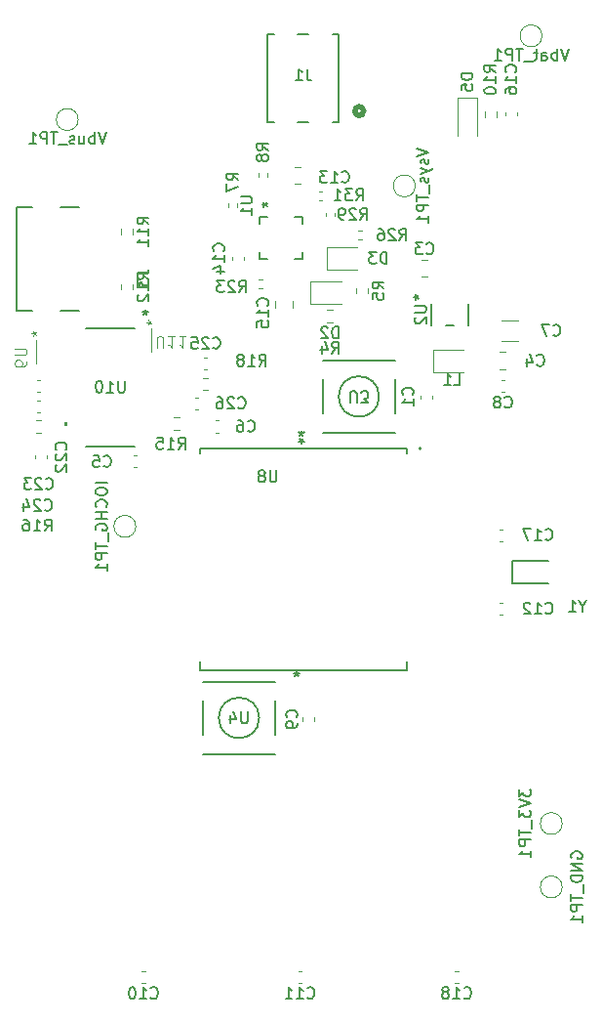
<source format=gbr>
%TF.GenerationSoftware,KiCad,Pcbnew,9.0.5*%
%TF.CreationDate,2025-11-15T02:09:42-05:00*%
%TF.ProjectId,CreditCard,43726564-6974-4436-9172-642e6b696361,rev?*%
%TF.SameCoordinates,Original*%
%TF.FileFunction,Legend,Bot*%
%TF.FilePolarity,Positive*%
%FSLAX46Y46*%
G04 Gerber Fmt 4.6, Leading zero omitted, Abs format (unit mm)*
G04 Created by KiCad (PCBNEW 9.0.5) date 2025-11-15 02:09:42*
%MOMM*%
%LPD*%
G01*
G04 APERTURE LIST*
%ADD10C,0.150000*%
%ADD11C,0.100000*%
%ADD12C,0.120000*%
%ADD13C,0.127000*%
%ADD14C,0.152400*%
%ADD15C,0.508000*%
%ADD16C,0.000000*%
%ADD17C,0.200000*%
G04 APERTURE END LIST*
D10*
X108454819Y-77364286D02*
X107454819Y-77364286D01*
X107454819Y-78030952D02*
X107454819Y-78221428D01*
X107454819Y-78221428D02*
X107502438Y-78316666D01*
X107502438Y-78316666D02*
X107597676Y-78411904D01*
X107597676Y-78411904D02*
X107788152Y-78459523D01*
X107788152Y-78459523D02*
X108121485Y-78459523D01*
X108121485Y-78459523D02*
X108311961Y-78411904D01*
X108311961Y-78411904D02*
X108407200Y-78316666D01*
X108407200Y-78316666D02*
X108454819Y-78221428D01*
X108454819Y-78221428D02*
X108454819Y-78030952D01*
X108454819Y-78030952D02*
X108407200Y-77935714D01*
X108407200Y-77935714D02*
X108311961Y-77840476D01*
X108311961Y-77840476D02*
X108121485Y-77792857D01*
X108121485Y-77792857D02*
X107788152Y-77792857D01*
X107788152Y-77792857D02*
X107597676Y-77840476D01*
X107597676Y-77840476D02*
X107502438Y-77935714D01*
X107502438Y-77935714D02*
X107454819Y-78030952D01*
X108359580Y-79459523D02*
X108407200Y-79411904D01*
X108407200Y-79411904D02*
X108454819Y-79269047D01*
X108454819Y-79269047D02*
X108454819Y-79173809D01*
X108454819Y-79173809D02*
X108407200Y-79030952D01*
X108407200Y-79030952D02*
X108311961Y-78935714D01*
X108311961Y-78935714D02*
X108216723Y-78888095D01*
X108216723Y-78888095D02*
X108026247Y-78840476D01*
X108026247Y-78840476D02*
X107883390Y-78840476D01*
X107883390Y-78840476D02*
X107692914Y-78888095D01*
X107692914Y-78888095D02*
X107597676Y-78935714D01*
X107597676Y-78935714D02*
X107502438Y-79030952D01*
X107502438Y-79030952D02*
X107454819Y-79173809D01*
X107454819Y-79173809D02*
X107454819Y-79269047D01*
X107454819Y-79269047D02*
X107502438Y-79411904D01*
X107502438Y-79411904D02*
X107550057Y-79459523D01*
X108454819Y-79888095D02*
X107454819Y-79888095D01*
X107931009Y-79888095D02*
X107931009Y-80459523D01*
X108454819Y-80459523D02*
X107454819Y-80459523D01*
X107502438Y-81459523D02*
X107454819Y-81364285D01*
X107454819Y-81364285D02*
X107454819Y-81221428D01*
X107454819Y-81221428D02*
X107502438Y-81078571D01*
X107502438Y-81078571D02*
X107597676Y-80983333D01*
X107597676Y-80983333D02*
X107692914Y-80935714D01*
X107692914Y-80935714D02*
X107883390Y-80888095D01*
X107883390Y-80888095D02*
X108026247Y-80888095D01*
X108026247Y-80888095D02*
X108216723Y-80935714D01*
X108216723Y-80935714D02*
X108311961Y-80983333D01*
X108311961Y-80983333D02*
X108407200Y-81078571D01*
X108407200Y-81078571D02*
X108454819Y-81221428D01*
X108454819Y-81221428D02*
X108454819Y-81316666D01*
X108454819Y-81316666D02*
X108407200Y-81459523D01*
X108407200Y-81459523D02*
X108359580Y-81507142D01*
X108359580Y-81507142D02*
X108026247Y-81507142D01*
X108026247Y-81507142D02*
X108026247Y-81316666D01*
X108550057Y-81697619D02*
X108550057Y-82459523D01*
X107454819Y-82554762D02*
X107454819Y-83126190D01*
X108454819Y-82840476D02*
X107454819Y-82840476D01*
X108454819Y-83459524D02*
X107454819Y-83459524D01*
X107454819Y-83459524D02*
X107454819Y-83840476D01*
X107454819Y-83840476D02*
X107502438Y-83935714D01*
X107502438Y-83935714D02*
X107550057Y-83983333D01*
X107550057Y-83983333D02*
X107645295Y-84030952D01*
X107645295Y-84030952D02*
X107788152Y-84030952D01*
X107788152Y-84030952D02*
X107883390Y-83983333D01*
X107883390Y-83983333D02*
X107931009Y-83935714D01*
X107931009Y-83935714D02*
X107978628Y-83840476D01*
X107978628Y-83840476D02*
X107978628Y-83459524D01*
X108454819Y-84983333D02*
X108454819Y-84411905D01*
X108454819Y-84697619D02*
X107454819Y-84697619D01*
X107454819Y-84697619D02*
X107597676Y-84602381D01*
X107597676Y-84602381D02*
X107692914Y-84507143D01*
X107692914Y-84507143D02*
X107740533Y-84411905D01*
X135352819Y-48388095D02*
X136352819Y-48721428D01*
X136352819Y-48721428D02*
X135352819Y-49054761D01*
X136305200Y-49340476D02*
X136352819Y-49435714D01*
X136352819Y-49435714D02*
X136352819Y-49626190D01*
X136352819Y-49626190D02*
X136305200Y-49721428D01*
X136305200Y-49721428D02*
X136209961Y-49769047D01*
X136209961Y-49769047D02*
X136162342Y-49769047D01*
X136162342Y-49769047D02*
X136067104Y-49721428D01*
X136067104Y-49721428D02*
X136019485Y-49626190D01*
X136019485Y-49626190D02*
X136019485Y-49483333D01*
X136019485Y-49483333D02*
X135971866Y-49388095D01*
X135971866Y-49388095D02*
X135876628Y-49340476D01*
X135876628Y-49340476D02*
X135829009Y-49340476D01*
X135829009Y-49340476D02*
X135733771Y-49388095D01*
X135733771Y-49388095D02*
X135686152Y-49483333D01*
X135686152Y-49483333D02*
X135686152Y-49626190D01*
X135686152Y-49626190D02*
X135733771Y-49721428D01*
X135686152Y-50102381D02*
X136352819Y-50340476D01*
X135686152Y-50578571D02*
X136352819Y-50340476D01*
X136352819Y-50340476D02*
X136590914Y-50245238D01*
X136590914Y-50245238D02*
X136638533Y-50197619D01*
X136638533Y-50197619D02*
X136686152Y-50102381D01*
X136305200Y-50911905D02*
X136352819Y-51007143D01*
X136352819Y-51007143D02*
X136352819Y-51197619D01*
X136352819Y-51197619D02*
X136305200Y-51292857D01*
X136305200Y-51292857D02*
X136209961Y-51340476D01*
X136209961Y-51340476D02*
X136162342Y-51340476D01*
X136162342Y-51340476D02*
X136067104Y-51292857D01*
X136067104Y-51292857D02*
X136019485Y-51197619D01*
X136019485Y-51197619D02*
X136019485Y-51054762D01*
X136019485Y-51054762D02*
X135971866Y-50959524D01*
X135971866Y-50959524D02*
X135876628Y-50911905D01*
X135876628Y-50911905D02*
X135829009Y-50911905D01*
X135829009Y-50911905D02*
X135733771Y-50959524D01*
X135733771Y-50959524D02*
X135686152Y-51054762D01*
X135686152Y-51054762D02*
X135686152Y-51197619D01*
X135686152Y-51197619D02*
X135733771Y-51292857D01*
X136448057Y-51530953D02*
X136448057Y-52292857D01*
X135352819Y-52388096D02*
X135352819Y-52959524D01*
X136352819Y-52673810D02*
X135352819Y-52673810D01*
X136352819Y-53292858D02*
X135352819Y-53292858D01*
X135352819Y-53292858D02*
X135352819Y-53673810D01*
X135352819Y-53673810D02*
X135400438Y-53769048D01*
X135400438Y-53769048D02*
X135448057Y-53816667D01*
X135448057Y-53816667D02*
X135543295Y-53864286D01*
X135543295Y-53864286D02*
X135686152Y-53864286D01*
X135686152Y-53864286D02*
X135781390Y-53816667D01*
X135781390Y-53816667D02*
X135829009Y-53769048D01*
X135829009Y-53769048D02*
X135876628Y-53673810D01*
X135876628Y-53673810D02*
X135876628Y-53292858D01*
X136352819Y-54816667D02*
X136352819Y-54245239D01*
X136352819Y-54530953D02*
X135352819Y-54530953D01*
X135352819Y-54530953D02*
X135495676Y-54435715D01*
X135495676Y-54435715D02*
X135590914Y-54340477D01*
X135590914Y-54340477D02*
X135638533Y-54245239D01*
X108380952Y-47002819D02*
X108047619Y-48002819D01*
X108047619Y-48002819D02*
X107714286Y-47002819D01*
X107380952Y-48002819D02*
X107380952Y-47002819D01*
X107380952Y-47383771D02*
X107285714Y-47336152D01*
X107285714Y-47336152D02*
X107095238Y-47336152D01*
X107095238Y-47336152D02*
X107000000Y-47383771D01*
X107000000Y-47383771D02*
X106952381Y-47431390D01*
X106952381Y-47431390D02*
X106904762Y-47526628D01*
X106904762Y-47526628D02*
X106904762Y-47812342D01*
X106904762Y-47812342D02*
X106952381Y-47907580D01*
X106952381Y-47907580D02*
X107000000Y-47955200D01*
X107000000Y-47955200D02*
X107095238Y-48002819D01*
X107095238Y-48002819D02*
X107285714Y-48002819D01*
X107285714Y-48002819D02*
X107380952Y-47955200D01*
X106047619Y-47336152D02*
X106047619Y-48002819D01*
X106476190Y-47336152D02*
X106476190Y-47859961D01*
X106476190Y-47859961D02*
X106428571Y-47955200D01*
X106428571Y-47955200D02*
X106333333Y-48002819D01*
X106333333Y-48002819D02*
X106190476Y-48002819D01*
X106190476Y-48002819D02*
X106095238Y-47955200D01*
X106095238Y-47955200D02*
X106047619Y-47907580D01*
X105619047Y-47955200D02*
X105523809Y-48002819D01*
X105523809Y-48002819D02*
X105333333Y-48002819D01*
X105333333Y-48002819D02*
X105238095Y-47955200D01*
X105238095Y-47955200D02*
X105190476Y-47859961D01*
X105190476Y-47859961D02*
X105190476Y-47812342D01*
X105190476Y-47812342D02*
X105238095Y-47717104D01*
X105238095Y-47717104D02*
X105333333Y-47669485D01*
X105333333Y-47669485D02*
X105476190Y-47669485D01*
X105476190Y-47669485D02*
X105571428Y-47621866D01*
X105571428Y-47621866D02*
X105619047Y-47526628D01*
X105619047Y-47526628D02*
X105619047Y-47479009D01*
X105619047Y-47479009D02*
X105571428Y-47383771D01*
X105571428Y-47383771D02*
X105476190Y-47336152D01*
X105476190Y-47336152D02*
X105333333Y-47336152D01*
X105333333Y-47336152D02*
X105238095Y-47383771D01*
X105000000Y-48098057D02*
X104238095Y-48098057D01*
X104142856Y-47002819D02*
X103571428Y-47002819D01*
X103857142Y-48002819D02*
X103857142Y-47002819D01*
X103238094Y-48002819D02*
X103238094Y-47002819D01*
X103238094Y-47002819D02*
X102857142Y-47002819D01*
X102857142Y-47002819D02*
X102761904Y-47050438D01*
X102761904Y-47050438D02*
X102714285Y-47098057D01*
X102714285Y-47098057D02*
X102666666Y-47193295D01*
X102666666Y-47193295D02*
X102666666Y-47336152D01*
X102666666Y-47336152D02*
X102714285Y-47431390D01*
X102714285Y-47431390D02*
X102761904Y-47479009D01*
X102761904Y-47479009D02*
X102857142Y-47526628D01*
X102857142Y-47526628D02*
X103238094Y-47526628D01*
X101714285Y-48002819D02*
X102285713Y-48002819D01*
X101999999Y-48002819D02*
X101999999Y-47002819D01*
X101999999Y-47002819D02*
X102095237Y-47145676D01*
X102095237Y-47145676D02*
X102190475Y-47240914D01*
X102190475Y-47240914D02*
X102285713Y-47288533D01*
X148511904Y-39752819D02*
X148178571Y-40752819D01*
X148178571Y-40752819D02*
X147845238Y-39752819D01*
X147511904Y-40752819D02*
X147511904Y-39752819D01*
X147511904Y-40133771D02*
X147416666Y-40086152D01*
X147416666Y-40086152D02*
X147226190Y-40086152D01*
X147226190Y-40086152D02*
X147130952Y-40133771D01*
X147130952Y-40133771D02*
X147083333Y-40181390D01*
X147083333Y-40181390D02*
X147035714Y-40276628D01*
X147035714Y-40276628D02*
X147035714Y-40562342D01*
X147035714Y-40562342D02*
X147083333Y-40657580D01*
X147083333Y-40657580D02*
X147130952Y-40705200D01*
X147130952Y-40705200D02*
X147226190Y-40752819D01*
X147226190Y-40752819D02*
X147416666Y-40752819D01*
X147416666Y-40752819D02*
X147511904Y-40705200D01*
X146178571Y-40752819D02*
X146178571Y-40229009D01*
X146178571Y-40229009D02*
X146226190Y-40133771D01*
X146226190Y-40133771D02*
X146321428Y-40086152D01*
X146321428Y-40086152D02*
X146511904Y-40086152D01*
X146511904Y-40086152D02*
X146607142Y-40133771D01*
X146178571Y-40705200D02*
X146273809Y-40752819D01*
X146273809Y-40752819D02*
X146511904Y-40752819D01*
X146511904Y-40752819D02*
X146607142Y-40705200D01*
X146607142Y-40705200D02*
X146654761Y-40609961D01*
X146654761Y-40609961D02*
X146654761Y-40514723D01*
X146654761Y-40514723D02*
X146607142Y-40419485D01*
X146607142Y-40419485D02*
X146511904Y-40371866D01*
X146511904Y-40371866D02*
X146273809Y-40371866D01*
X146273809Y-40371866D02*
X146178571Y-40324247D01*
X145845237Y-40086152D02*
X145464285Y-40086152D01*
X145702380Y-39752819D02*
X145702380Y-40609961D01*
X145702380Y-40609961D02*
X145654761Y-40705200D01*
X145654761Y-40705200D02*
X145559523Y-40752819D01*
X145559523Y-40752819D02*
X145464285Y-40752819D01*
X145369047Y-40848057D02*
X144607142Y-40848057D01*
X144511903Y-39752819D02*
X143940475Y-39752819D01*
X144226189Y-40752819D02*
X144226189Y-39752819D01*
X143607141Y-40752819D02*
X143607141Y-39752819D01*
X143607141Y-39752819D02*
X143226189Y-39752819D01*
X143226189Y-39752819D02*
X143130951Y-39800438D01*
X143130951Y-39800438D02*
X143083332Y-39848057D01*
X143083332Y-39848057D02*
X143035713Y-39943295D01*
X143035713Y-39943295D02*
X143035713Y-40086152D01*
X143035713Y-40086152D02*
X143083332Y-40181390D01*
X143083332Y-40181390D02*
X143130951Y-40229009D01*
X143130951Y-40229009D02*
X143226189Y-40276628D01*
X143226189Y-40276628D02*
X143607141Y-40276628D01*
X142083332Y-40752819D02*
X142654760Y-40752819D01*
X142369046Y-40752819D02*
X142369046Y-39752819D01*
X142369046Y-39752819D02*
X142464284Y-39895676D01*
X142464284Y-39895676D02*
X142559522Y-39990914D01*
X142559522Y-39990914D02*
X142654760Y-40038533D01*
X147166666Y-64559580D02*
X147214285Y-64607200D01*
X147214285Y-64607200D02*
X147357142Y-64654819D01*
X147357142Y-64654819D02*
X147452380Y-64654819D01*
X147452380Y-64654819D02*
X147595237Y-64607200D01*
X147595237Y-64607200D02*
X147690475Y-64511961D01*
X147690475Y-64511961D02*
X147738094Y-64416723D01*
X147738094Y-64416723D02*
X147785713Y-64226247D01*
X147785713Y-64226247D02*
X147785713Y-64083390D01*
X147785713Y-64083390D02*
X147738094Y-63892914D01*
X147738094Y-63892914D02*
X147690475Y-63797676D01*
X147690475Y-63797676D02*
X147595237Y-63702438D01*
X147595237Y-63702438D02*
X147452380Y-63654819D01*
X147452380Y-63654819D02*
X147357142Y-63654819D01*
X147357142Y-63654819D02*
X147214285Y-63702438D01*
X147214285Y-63702438D02*
X147166666Y-63750057D01*
X146833332Y-63654819D02*
X146166666Y-63654819D01*
X146166666Y-63654819D02*
X146595237Y-64654819D01*
X103042857Y-79704580D02*
X103090476Y-79752200D01*
X103090476Y-79752200D02*
X103233333Y-79799819D01*
X103233333Y-79799819D02*
X103328571Y-79799819D01*
X103328571Y-79799819D02*
X103471428Y-79752200D01*
X103471428Y-79752200D02*
X103566666Y-79656961D01*
X103566666Y-79656961D02*
X103614285Y-79561723D01*
X103614285Y-79561723D02*
X103661904Y-79371247D01*
X103661904Y-79371247D02*
X103661904Y-79228390D01*
X103661904Y-79228390D02*
X103614285Y-79037914D01*
X103614285Y-79037914D02*
X103566666Y-78942676D01*
X103566666Y-78942676D02*
X103471428Y-78847438D01*
X103471428Y-78847438D02*
X103328571Y-78799819D01*
X103328571Y-78799819D02*
X103233333Y-78799819D01*
X103233333Y-78799819D02*
X103090476Y-78847438D01*
X103090476Y-78847438D02*
X103042857Y-78895057D01*
X102661904Y-78895057D02*
X102614285Y-78847438D01*
X102614285Y-78847438D02*
X102519047Y-78799819D01*
X102519047Y-78799819D02*
X102280952Y-78799819D01*
X102280952Y-78799819D02*
X102185714Y-78847438D01*
X102185714Y-78847438D02*
X102138095Y-78895057D01*
X102138095Y-78895057D02*
X102090476Y-78990295D01*
X102090476Y-78990295D02*
X102090476Y-79085533D01*
X102090476Y-79085533D02*
X102138095Y-79228390D01*
X102138095Y-79228390D02*
X102709523Y-79799819D01*
X102709523Y-79799819D02*
X102090476Y-79799819D01*
X101233333Y-79133152D02*
X101233333Y-79799819D01*
X101471428Y-78752200D02*
X101709523Y-79466485D01*
X101709523Y-79466485D02*
X101090476Y-79466485D01*
X130073055Y-52920019D02*
X130406388Y-52443828D01*
X130644483Y-52920019D02*
X130644483Y-51920019D01*
X130644483Y-51920019D02*
X130263531Y-51920019D01*
X130263531Y-51920019D02*
X130168293Y-51967638D01*
X130168293Y-51967638D02*
X130120674Y-52015257D01*
X130120674Y-52015257D02*
X130073055Y-52110495D01*
X130073055Y-52110495D02*
X130073055Y-52253352D01*
X130073055Y-52253352D02*
X130120674Y-52348590D01*
X130120674Y-52348590D02*
X130168293Y-52396209D01*
X130168293Y-52396209D02*
X130263531Y-52443828D01*
X130263531Y-52443828D02*
X130644483Y-52443828D01*
X129739721Y-51920019D02*
X129120674Y-51920019D01*
X129120674Y-51920019D02*
X129454007Y-52300971D01*
X129454007Y-52300971D02*
X129311150Y-52300971D01*
X129311150Y-52300971D02*
X129215912Y-52348590D01*
X129215912Y-52348590D02*
X129168293Y-52396209D01*
X129168293Y-52396209D02*
X129120674Y-52491447D01*
X129120674Y-52491447D02*
X129120674Y-52729542D01*
X129120674Y-52729542D02*
X129168293Y-52824780D01*
X129168293Y-52824780D02*
X129215912Y-52872400D01*
X129215912Y-52872400D02*
X129311150Y-52920019D01*
X129311150Y-52920019D02*
X129596864Y-52920019D01*
X129596864Y-52920019D02*
X129692102Y-52872400D01*
X129692102Y-52872400D02*
X129739721Y-52824780D01*
X128168293Y-52920019D02*
X128739721Y-52920019D01*
X128454007Y-52920019D02*
X128454007Y-51920019D01*
X128454007Y-51920019D02*
X128549245Y-52062876D01*
X128549245Y-52062876D02*
X128644483Y-52158114D01*
X128644483Y-52158114D02*
X128739721Y-52205733D01*
X149726190Y-88078628D02*
X149726190Y-88554819D01*
X150059523Y-87554819D02*
X149726190Y-88078628D01*
X149726190Y-88078628D02*
X149392857Y-87554819D01*
X148535714Y-88554819D02*
X149107142Y-88554819D01*
X148821428Y-88554819D02*
X148821428Y-87554819D01*
X148821428Y-87554819D02*
X148916666Y-87697676D01*
X148916666Y-87697676D02*
X149011904Y-87792914D01*
X149011904Y-87792914D02*
X149107142Y-87840533D01*
X148752438Y-109899999D02*
X148704819Y-109804761D01*
X148704819Y-109804761D02*
X148704819Y-109661904D01*
X148704819Y-109661904D02*
X148752438Y-109519047D01*
X148752438Y-109519047D02*
X148847676Y-109423809D01*
X148847676Y-109423809D02*
X148942914Y-109376190D01*
X148942914Y-109376190D02*
X149133390Y-109328571D01*
X149133390Y-109328571D02*
X149276247Y-109328571D01*
X149276247Y-109328571D02*
X149466723Y-109376190D01*
X149466723Y-109376190D02*
X149561961Y-109423809D01*
X149561961Y-109423809D02*
X149657200Y-109519047D01*
X149657200Y-109519047D02*
X149704819Y-109661904D01*
X149704819Y-109661904D02*
X149704819Y-109757142D01*
X149704819Y-109757142D02*
X149657200Y-109899999D01*
X149657200Y-109899999D02*
X149609580Y-109947618D01*
X149609580Y-109947618D02*
X149276247Y-109947618D01*
X149276247Y-109947618D02*
X149276247Y-109757142D01*
X149704819Y-110376190D02*
X148704819Y-110376190D01*
X148704819Y-110376190D02*
X149704819Y-110947618D01*
X149704819Y-110947618D02*
X148704819Y-110947618D01*
X149704819Y-111423809D02*
X148704819Y-111423809D01*
X148704819Y-111423809D02*
X148704819Y-111661904D01*
X148704819Y-111661904D02*
X148752438Y-111804761D01*
X148752438Y-111804761D02*
X148847676Y-111899999D01*
X148847676Y-111899999D02*
X148942914Y-111947618D01*
X148942914Y-111947618D02*
X149133390Y-111995237D01*
X149133390Y-111995237D02*
X149276247Y-111995237D01*
X149276247Y-111995237D02*
X149466723Y-111947618D01*
X149466723Y-111947618D02*
X149561961Y-111899999D01*
X149561961Y-111899999D02*
X149657200Y-111804761D01*
X149657200Y-111804761D02*
X149704819Y-111661904D01*
X149704819Y-111661904D02*
X149704819Y-111423809D01*
X149800057Y-112185714D02*
X149800057Y-112947618D01*
X148704819Y-113042857D02*
X148704819Y-113614285D01*
X149704819Y-113328571D02*
X148704819Y-113328571D01*
X149704819Y-113947619D02*
X148704819Y-113947619D01*
X148704819Y-113947619D02*
X148704819Y-114328571D01*
X148704819Y-114328571D02*
X148752438Y-114423809D01*
X148752438Y-114423809D02*
X148800057Y-114471428D01*
X148800057Y-114471428D02*
X148895295Y-114519047D01*
X148895295Y-114519047D02*
X149038152Y-114519047D01*
X149038152Y-114519047D02*
X149133390Y-114471428D01*
X149133390Y-114471428D02*
X149181009Y-114423809D01*
X149181009Y-114423809D02*
X149228628Y-114328571D01*
X149228628Y-114328571D02*
X149228628Y-113947619D01*
X149704819Y-115471428D02*
X149704819Y-114900000D01*
X149704819Y-115185714D02*
X148704819Y-115185714D01*
X148704819Y-115185714D02*
X148847676Y-115090476D01*
X148847676Y-115090476D02*
X148942914Y-114995238D01*
X148942914Y-114995238D02*
X148990533Y-114900000D01*
X142966666Y-70789580D02*
X143014285Y-70837200D01*
X143014285Y-70837200D02*
X143157142Y-70884819D01*
X143157142Y-70884819D02*
X143252380Y-70884819D01*
X143252380Y-70884819D02*
X143395237Y-70837200D01*
X143395237Y-70837200D02*
X143490475Y-70741961D01*
X143490475Y-70741961D02*
X143538094Y-70646723D01*
X143538094Y-70646723D02*
X143585713Y-70456247D01*
X143585713Y-70456247D02*
X143585713Y-70313390D01*
X143585713Y-70313390D02*
X143538094Y-70122914D01*
X143538094Y-70122914D02*
X143490475Y-70027676D01*
X143490475Y-70027676D02*
X143395237Y-69932438D01*
X143395237Y-69932438D02*
X143252380Y-69884819D01*
X143252380Y-69884819D02*
X143157142Y-69884819D01*
X143157142Y-69884819D02*
X143014285Y-69932438D01*
X143014285Y-69932438D02*
X142966666Y-69980057D01*
X142395237Y-70313390D02*
X142490475Y-70265771D01*
X142490475Y-70265771D02*
X142538094Y-70218152D01*
X142538094Y-70218152D02*
X142585713Y-70122914D01*
X142585713Y-70122914D02*
X142585713Y-70075295D01*
X142585713Y-70075295D02*
X142538094Y-69980057D01*
X142538094Y-69980057D02*
X142490475Y-69932438D01*
X142490475Y-69932438D02*
X142395237Y-69884819D01*
X142395237Y-69884819D02*
X142204761Y-69884819D01*
X142204761Y-69884819D02*
X142109523Y-69932438D01*
X142109523Y-69932438D02*
X142061904Y-69980057D01*
X142061904Y-69980057D02*
X142014285Y-70075295D01*
X142014285Y-70075295D02*
X142014285Y-70122914D01*
X142014285Y-70122914D02*
X142061904Y-70218152D01*
X142061904Y-70218152D02*
X142109523Y-70265771D01*
X142109523Y-70265771D02*
X142204761Y-70313390D01*
X142204761Y-70313390D02*
X142395237Y-70313390D01*
X142395237Y-70313390D02*
X142490475Y-70361009D01*
X142490475Y-70361009D02*
X142538094Y-70408628D01*
X142538094Y-70408628D02*
X142585713Y-70503866D01*
X142585713Y-70503866D02*
X142585713Y-70694342D01*
X142585713Y-70694342D02*
X142538094Y-70789580D01*
X142538094Y-70789580D02*
X142490475Y-70837200D01*
X142490475Y-70837200D02*
X142395237Y-70884819D01*
X142395237Y-70884819D02*
X142204761Y-70884819D01*
X142204761Y-70884819D02*
X142109523Y-70837200D01*
X142109523Y-70837200D02*
X142061904Y-70789580D01*
X142061904Y-70789580D02*
X142014285Y-70694342D01*
X142014285Y-70694342D02*
X142014285Y-70503866D01*
X142014285Y-70503866D02*
X142061904Y-70408628D01*
X142061904Y-70408628D02*
X142109523Y-70361009D01*
X142109523Y-70361009D02*
X142204761Y-70313390D01*
X145766666Y-67159580D02*
X145814285Y-67207200D01*
X145814285Y-67207200D02*
X145957142Y-67254819D01*
X145957142Y-67254819D02*
X146052380Y-67254819D01*
X146052380Y-67254819D02*
X146195237Y-67207200D01*
X146195237Y-67207200D02*
X146290475Y-67111961D01*
X146290475Y-67111961D02*
X146338094Y-67016723D01*
X146338094Y-67016723D02*
X146385713Y-66826247D01*
X146385713Y-66826247D02*
X146385713Y-66683390D01*
X146385713Y-66683390D02*
X146338094Y-66492914D01*
X146338094Y-66492914D02*
X146290475Y-66397676D01*
X146290475Y-66397676D02*
X146195237Y-66302438D01*
X146195237Y-66302438D02*
X146052380Y-66254819D01*
X146052380Y-66254819D02*
X145957142Y-66254819D01*
X145957142Y-66254819D02*
X145814285Y-66302438D01*
X145814285Y-66302438D02*
X145766666Y-66350057D01*
X144909523Y-66588152D02*
X144909523Y-67254819D01*
X145147618Y-66207200D02*
X145385713Y-66921485D01*
X145385713Y-66921485D02*
X144766666Y-66921485D01*
X125842857Y-121989580D02*
X125890476Y-122037200D01*
X125890476Y-122037200D02*
X126033333Y-122084819D01*
X126033333Y-122084819D02*
X126128571Y-122084819D01*
X126128571Y-122084819D02*
X126271428Y-122037200D01*
X126271428Y-122037200D02*
X126366666Y-121941961D01*
X126366666Y-121941961D02*
X126414285Y-121846723D01*
X126414285Y-121846723D02*
X126461904Y-121656247D01*
X126461904Y-121656247D02*
X126461904Y-121513390D01*
X126461904Y-121513390D02*
X126414285Y-121322914D01*
X126414285Y-121322914D02*
X126366666Y-121227676D01*
X126366666Y-121227676D02*
X126271428Y-121132438D01*
X126271428Y-121132438D02*
X126128571Y-121084819D01*
X126128571Y-121084819D02*
X126033333Y-121084819D01*
X126033333Y-121084819D02*
X125890476Y-121132438D01*
X125890476Y-121132438D02*
X125842857Y-121180057D01*
X124890476Y-122084819D02*
X125461904Y-122084819D01*
X125176190Y-122084819D02*
X125176190Y-121084819D01*
X125176190Y-121084819D02*
X125271428Y-121227676D01*
X125271428Y-121227676D02*
X125366666Y-121322914D01*
X125366666Y-121322914D02*
X125461904Y-121370533D01*
X123938095Y-122084819D02*
X124509523Y-122084819D01*
X124223809Y-122084819D02*
X124223809Y-121084819D01*
X124223809Y-121084819D02*
X124319047Y-121227676D01*
X124319047Y-121227676D02*
X124414285Y-121322914D01*
X124414285Y-121322914D02*
X124509523Y-121370533D01*
X122444918Y-48553433D02*
X121968727Y-48220100D01*
X122444918Y-47982005D02*
X121444918Y-47982005D01*
X121444918Y-47982005D02*
X121444918Y-48362957D01*
X121444918Y-48362957D02*
X121492537Y-48458195D01*
X121492537Y-48458195D02*
X121540156Y-48505814D01*
X121540156Y-48505814D02*
X121635394Y-48553433D01*
X121635394Y-48553433D02*
X121778251Y-48553433D01*
X121778251Y-48553433D02*
X121873489Y-48505814D01*
X121873489Y-48505814D02*
X121921108Y-48458195D01*
X121921108Y-48458195D02*
X121968727Y-48362957D01*
X121968727Y-48362957D02*
X121968727Y-47982005D01*
X121873489Y-49124862D02*
X121825870Y-49029624D01*
X121825870Y-49029624D02*
X121778251Y-48982005D01*
X121778251Y-48982005D02*
X121683013Y-48934386D01*
X121683013Y-48934386D02*
X121635394Y-48934386D01*
X121635394Y-48934386D02*
X121540156Y-48982005D01*
X121540156Y-48982005D02*
X121492537Y-49029624D01*
X121492537Y-49029624D02*
X121444918Y-49124862D01*
X121444918Y-49124862D02*
X121444918Y-49315338D01*
X121444918Y-49315338D02*
X121492537Y-49410576D01*
X121492537Y-49410576D02*
X121540156Y-49458195D01*
X121540156Y-49458195D02*
X121635394Y-49505814D01*
X121635394Y-49505814D02*
X121683013Y-49505814D01*
X121683013Y-49505814D02*
X121778251Y-49458195D01*
X121778251Y-49458195D02*
X121825870Y-49410576D01*
X121825870Y-49410576D02*
X121873489Y-49315338D01*
X121873489Y-49315338D02*
X121873489Y-49124862D01*
X121873489Y-49124862D02*
X121921108Y-49029624D01*
X121921108Y-49029624D02*
X121968727Y-48982005D01*
X121968727Y-48982005D02*
X122063965Y-48934386D01*
X122063965Y-48934386D02*
X122254441Y-48934386D01*
X122254441Y-48934386D02*
X122349679Y-48982005D01*
X122349679Y-48982005D02*
X122397299Y-49029624D01*
X122397299Y-49029624D02*
X122444918Y-49124862D01*
X122444918Y-49124862D02*
X122444918Y-49315338D01*
X122444918Y-49315338D02*
X122397299Y-49410576D01*
X122397299Y-49410576D02*
X122349679Y-49458195D01*
X122349679Y-49458195D02*
X122254441Y-49505814D01*
X122254441Y-49505814D02*
X122063965Y-49505814D01*
X122063965Y-49505814D02*
X121968727Y-49458195D01*
X121968727Y-49458195D02*
X121921108Y-49410576D01*
X121921108Y-49410576D02*
X121873489Y-49315338D01*
X146492857Y-88659580D02*
X146540476Y-88707200D01*
X146540476Y-88707200D02*
X146683333Y-88754819D01*
X146683333Y-88754819D02*
X146778571Y-88754819D01*
X146778571Y-88754819D02*
X146921428Y-88707200D01*
X146921428Y-88707200D02*
X147016666Y-88611961D01*
X147016666Y-88611961D02*
X147064285Y-88516723D01*
X147064285Y-88516723D02*
X147111904Y-88326247D01*
X147111904Y-88326247D02*
X147111904Y-88183390D01*
X147111904Y-88183390D02*
X147064285Y-87992914D01*
X147064285Y-87992914D02*
X147016666Y-87897676D01*
X147016666Y-87897676D02*
X146921428Y-87802438D01*
X146921428Y-87802438D02*
X146778571Y-87754819D01*
X146778571Y-87754819D02*
X146683333Y-87754819D01*
X146683333Y-87754819D02*
X146540476Y-87802438D01*
X146540476Y-87802438D02*
X146492857Y-87850057D01*
X145540476Y-88754819D02*
X146111904Y-88754819D01*
X145826190Y-88754819D02*
X145826190Y-87754819D01*
X145826190Y-87754819D02*
X145921428Y-87897676D01*
X145921428Y-87897676D02*
X146016666Y-87992914D01*
X146016666Y-87992914D02*
X146111904Y-88040533D01*
X145159523Y-87850057D02*
X145111904Y-87802438D01*
X145111904Y-87802438D02*
X145016666Y-87754819D01*
X145016666Y-87754819D02*
X144778571Y-87754819D01*
X144778571Y-87754819D02*
X144683333Y-87802438D01*
X144683333Y-87802438D02*
X144635714Y-87850057D01*
X144635714Y-87850057D02*
X144588095Y-87945295D01*
X144588095Y-87945295D02*
X144588095Y-88040533D01*
X144588095Y-88040533D02*
X144635714Y-88183390D01*
X144635714Y-88183390D02*
X145207142Y-88754819D01*
X145207142Y-88754819D02*
X144588095Y-88754819D01*
X142179819Y-41782142D02*
X141703628Y-41448809D01*
X142179819Y-41210714D02*
X141179819Y-41210714D01*
X141179819Y-41210714D02*
X141179819Y-41591666D01*
X141179819Y-41591666D02*
X141227438Y-41686904D01*
X141227438Y-41686904D02*
X141275057Y-41734523D01*
X141275057Y-41734523D02*
X141370295Y-41782142D01*
X141370295Y-41782142D02*
X141513152Y-41782142D01*
X141513152Y-41782142D02*
X141608390Y-41734523D01*
X141608390Y-41734523D02*
X141656009Y-41686904D01*
X141656009Y-41686904D02*
X141703628Y-41591666D01*
X141703628Y-41591666D02*
X141703628Y-41210714D01*
X142179819Y-42734523D02*
X142179819Y-42163095D01*
X142179819Y-42448809D02*
X141179819Y-42448809D01*
X141179819Y-42448809D02*
X141322676Y-42353571D01*
X141322676Y-42353571D02*
X141417914Y-42258333D01*
X141417914Y-42258333D02*
X141465533Y-42163095D01*
X141179819Y-43353571D02*
X141179819Y-43448809D01*
X141179819Y-43448809D02*
X141227438Y-43544047D01*
X141227438Y-43544047D02*
X141275057Y-43591666D01*
X141275057Y-43591666D02*
X141370295Y-43639285D01*
X141370295Y-43639285D02*
X141560771Y-43686904D01*
X141560771Y-43686904D02*
X141798866Y-43686904D01*
X141798866Y-43686904D02*
X141989342Y-43639285D01*
X141989342Y-43639285D02*
X142084580Y-43591666D01*
X142084580Y-43591666D02*
X142132200Y-43544047D01*
X142132200Y-43544047D02*
X142179819Y-43448809D01*
X142179819Y-43448809D02*
X142179819Y-43353571D01*
X142179819Y-43353571D02*
X142132200Y-43258333D01*
X142132200Y-43258333D02*
X142084580Y-43210714D01*
X142084580Y-43210714D02*
X141989342Y-43163095D01*
X141989342Y-43163095D02*
X141798866Y-43115476D01*
X141798866Y-43115476D02*
X141560771Y-43115476D01*
X141560771Y-43115476D02*
X141370295Y-43163095D01*
X141370295Y-43163095D02*
X141275057Y-43210714D01*
X141275057Y-43210714D02*
X141227438Y-43258333D01*
X141227438Y-43258333D02*
X141179819Y-43353571D01*
X104859580Y-74502142D02*
X104907200Y-74454523D01*
X104907200Y-74454523D02*
X104954819Y-74311666D01*
X104954819Y-74311666D02*
X104954819Y-74216428D01*
X104954819Y-74216428D02*
X104907200Y-74073571D01*
X104907200Y-74073571D02*
X104811961Y-73978333D01*
X104811961Y-73978333D02*
X104716723Y-73930714D01*
X104716723Y-73930714D02*
X104526247Y-73883095D01*
X104526247Y-73883095D02*
X104383390Y-73883095D01*
X104383390Y-73883095D02*
X104192914Y-73930714D01*
X104192914Y-73930714D02*
X104097676Y-73978333D01*
X104097676Y-73978333D02*
X104002438Y-74073571D01*
X104002438Y-74073571D02*
X103954819Y-74216428D01*
X103954819Y-74216428D02*
X103954819Y-74311666D01*
X103954819Y-74311666D02*
X104002438Y-74454523D01*
X104002438Y-74454523D02*
X104050057Y-74502142D01*
X104050057Y-74883095D02*
X104002438Y-74930714D01*
X104002438Y-74930714D02*
X103954819Y-75025952D01*
X103954819Y-75025952D02*
X103954819Y-75264047D01*
X103954819Y-75264047D02*
X104002438Y-75359285D01*
X104002438Y-75359285D02*
X104050057Y-75406904D01*
X104050057Y-75406904D02*
X104145295Y-75454523D01*
X104145295Y-75454523D02*
X104240533Y-75454523D01*
X104240533Y-75454523D02*
X104383390Y-75406904D01*
X104383390Y-75406904D02*
X104954819Y-74835476D01*
X104954819Y-74835476D02*
X104954819Y-75454523D01*
X104050057Y-75835476D02*
X104002438Y-75883095D01*
X104002438Y-75883095D02*
X103954819Y-75978333D01*
X103954819Y-75978333D02*
X103954819Y-76216428D01*
X103954819Y-76216428D02*
X104002438Y-76311666D01*
X104002438Y-76311666D02*
X104050057Y-76359285D01*
X104050057Y-76359285D02*
X104145295Y-76406904D01*
X104145295Y-76406904D02*
X104240533Y-76406904D01*
X104240533Y-76406904D02*
X104383390Y-76359285D01*
X104383390Y-76359285D02*
X104954819Y-75787857D01*
X104954819Y-75787857D02*
X104954819Y-76406904D01*
X140179819Y-41886905D02*
X139179819Y-41886905D01*
X139179819Y-41886905D02*
X139179819Y-42125000D01*
X139179819Y-42125000D02*
X139227438Y-42267857D01*
X139227438Y-42267857D02*
X139322676Y-42363095D01*
X139322676Y-42363095D02*
X139417914Y-42410714D01*
X139417914Y-42410714D02*
X139608390Y-42458333D01*
X139608390Y-42458333D02*
X139751247Y-42458333D01*
X139751247Y-42458333D02*
X139941723Y-42410714D01*
X139941723Y-42410714D02*
X140036961Y-42363095D01*
X140036961Y-42363095D02*
X140132200Y-42267857D01*
X140132200Y-42267857D02*
X140179819Y-42125000D01*
X140179819Y-42125000D02*
X140179819Y-41886905D01*
X139179819Y-43363095D02*
X139179819Y-42886905D01*
X139179819Y-42886905D02*
X139656009Y-42839286D01*
X139656009Y-42839286D02*
X139608390Y-42886905D01*
X139608390Y-42886905D02*
X139560771Y-42982143D01*
X139560771Y-42982143D02*
X139560771Y-43220238D01*
X139560771Y-43220238D02*
X139608390Y-43315476D01*
X139608390Y-43315476D02*
X139656009Y-43363095D01*
X139656009Y-43363095D02*
X139751247Y-43410714D01*
X139751247Y-43410714D02*
X139989342Y-43410714D01*
X139989342Y-43410714D02*
X140084580Y-43363095D01*
X140084580Y-43363095D02*
X140132200Y-43315476D01*
X140132200Y-43315476D02*
X140179819Y-43220238D01*
X140179819Y-43220238D02*
X140179819Y-42982143D01*
X140179819Y-42982143D02*
X140132200Y-42886905D01*
X140132200Y-42886905D02*
X140084580Y-42839286D01*
X127966666Y-66154819D02*
X128299999Y-65678628D01*
X128538094Y-66154819D02*
X128538094Y-65154819D01*
X128538094Y-65154819D02*
X128157142Y-65154819D01*
X128157142Y-65154819D02*
X128061904Y-65202438D01*
X128061904Y-65202438D02*
X128014285Y-65250057D01*
X128014285Y-65250057D02*
X127966666Y-65345295D01*
X127966666Y-65345295D02*
X127966666Y-65488152D01*
X127966666Y-65488152D02*
X128014285Y-65583390D01*
X128014285Y-65583390D02*
X128061904Y-65631009D01*
X128061904Y-65631009D02*
X128157142Y-65678628D01*
X128157142Y-65678628D02*
X128538094Y-65678628D01*
X127109523Y-65488152D02*
X127109523Y-66154819D01*
X127347618Y-65107200D02*
X127585713Y-65821485D01*
X127585713Y-65821485D02*
X126966666Y-65821485D01*
D11*
X112761905Y-65692580D02*
X112761905Y-64883057D01*
X112761905Y-64883057D02*
X112809524Y-64787819D01*
X112809524Y-64787819D02*
X112857143Y-64740200D01*
X112857143Y-64740200D02*
X112952381Y-64692580D01*
X112952381Y-64692580D02*
X113142857Y-64692580D01*
X113142857Y-64692580D02*
X113238095Y-64740200D01*
X113238095Y-64740200D02*
X113285714Y-64787819D01*
X113285714Y-64787819D02*
X113333333Y-64883057D01*
X113333333Y-64883057D02*
X113333333Y-65692580D01*
X114333333Y-64692580D02*
X113761905Y-64692580D01*
X114047619Y-64692580D02*
X114047619Y-65692580D01*
X114047619Y-65692580D02*
X113952381Y-65549723D01*
X113952381Y-65549723D02*
X113857143Y-65454485D01*
X113857143Y-65454485D02*
X113761905Y-65406866D01*
X115285714Y-64692580D02*
X114714286Y-64692580D01*
X115000000Y-64692580D02*
X115000000Y-65692580D01*
X115000000Y-65692580D02*
X114904762Y-65549723D01*
X114904762Y-65549723D02*
X114809524Y-65454485D01*
X114809524Y-65454485D02*
X114714286Y-65406866D01*
X111872419Y-63446741D02*
X112110514Y-63446741D01*
X112015276Y-63208646D02*
X112110514Y-63446741D01*
X112110514Y-63446741D02*
X112015276Y-63684836D01*
X112300990Y-63303884D02*
X112110514Y-63446741D01*
X112110514Y-63446741D02*
X112300990Y-63589598D01*
D10*
X146492857Y-82259580D02*
X146540476Y-82307200D01*
X146540476Y-82307200D02*
X146683333Y-82354819D01*
X146683333Y-82354819D02*
X146778571Y-82354819D01*
X146778571Y-82354819D02*
X146921428Y-82307200D01*
X146921428Y-82307200D02*
X147016666Y-82211961D01*
X147016666Y-82211961D02*
X147064285Y-82116723D01*
X147064285Y-82116723D02*
X147111904Y-81926247D01*
X147111904Y-81926247D02*
X147111904Y-81783390D01*
X147111904Y-81783390D02*
X147064285Y-81592914D01*
X147064285Y-81592914D02*
X147016666Y-81497676D01*
X147016666Y-81497676D02*
X146921428Y-81402438D01*
X146921428Y-81402438D02*
X146778571Y-81354819D01*
X146778571Y-81354819D02*
X146683333Y-81354819D01*
X146683333Y-81354819D02*
X146540476Y-81402438D01*
X146540476Y-81402438D02*
X146492857Y-81450057D01*
X145540476Y-82354819D02*
X146111904Y-82354819D01*
X145826190Y-82354819D02*
X145826190Y-81354819D01*
X145826190Y-81354819D02*
X145921428Y-81497676D01*
X145921428Y-81497676D02*
X146016666Y-81592914D01*
X146016666Y-81592914D02*
X146111904Y-81640533D01*
X145207142Y-81354819D02*
X144540476Y-81354819D01*
X144540476Y-81354819D02*
X144969047Y-82354819D01*
X111074819Y-59286666D02*
X111789104Y-59286666D01*
X111789104Y-59286666D02*
X111931961Y-59239047D01*
X111931961Y-59239047D02*
X112027200Y-59143809D01*
X112027200Y-59143809D02*
X112074819Y-59000952D01*
X112074819Y-59000952D02*
X112074819Y-58905714D01*
X111074819Y-59667619D02*
X111074819Y-60286666D01*
X111074819Y-60286666D02*
X111455771Y-59953333D01*
X111455771Y-59953333D02*
X111455771Y-60096190D01*
X111455771Y-60096190D02*
X111503390Y-60191428D01*
X111503390Y-60191428D02*
X111551009Y-60239047D01*
X111551009Y-60239047D02*
X111646247Y-60286666D01*
X111646247Y-60286666D02*
X111884342Y-60286666D01*
X111884342Y-60286666D02*
X111979580Y-60239047D01*
X111979580Y-60239047D02*
X112027200Y-60191428D01*
X112027200Y-60191428D02*
X112074819Y-60096190D01*
X112074819Y-60096190D02*
X112074819Y-59810476D01*
X112074819Y-59810476D02*
X112027200Y-59715238D01*
X112027200Y-59715238D02*
X111979580Y-59667619D01*
X129541595Y-70445179D02*
X129541595Y-69635656D01*
X129541595Y-69635656D02*
X129589214Y-69540418D01*
X129589214Y-69540418D02*
X129636833Y-69492799D01*
X129636833Y-69492799D02*
X129732071Y-69445179D01*
X129732071Y-69445179D02*
X129922547Y-69445179D01*
X129922547Y-69445179D02*
X130017785Y-69492799D01*
X130017785Y-69492799D02*
X130065404Y-69540418D01*
X130065404Y-69540418D02*
X130113023Y-69635656D01*
X130113023Y-69635656D02*
X130113023Y-70445179D01*
X130493976Y-70445179D02*
X131113023Y-70445179D01*
X131113023Y-70445179D02*
X130779690Y-70064227D01*
X130779690Y-70064227D02*
X130922547Y-70064227D01*
X130922547Y-70064227D02*
X131017785Y-70016608D01*
X131017785Y-70016608D02*
X131065404Y-69968989D01*
X131065404Y-69968989D02*
X131113023Y-69873751D01*
X131113023Y-69873751D02*
X131113023Y-69635656D01*
X131113023Y-69635656D02*
X131065404Y-69540418D01*
X131065404Y-69540418D02*
X131017785Y-69492799D01*
X131017785Y-69492799D02*
X130922547Y-69445179D01*
X130922547Y-69445179D02*
X130636833Y-69445179D01*
X130636833Y-69445179D02*
X130541595Y-69492799D01*
X130541595Y-69492799D02*
X130493976Y-69540418D01*
X125303499Y-72854818D02*
X125303499Y-73092913D01*
X125541594Y-72997675D02*
X125303499Y-73092913D01*
X125303499Y-73092913D02*
X125065404Y-72997675D01*
X125446356Y-73283389D02*
X125303499Y-73092913D01*
X125303499Y-73092913D02*
X125160642Y-73283389D01*
X125303500Y-73945179D02*
X125303500Y-73707084D01*
X125065405Y-73802322D02*
X125303500Y-73707084D01*
X125303500Y-73707084D02*
X125541595Y-73802322D01*
X125160643Y-73516608D02*
X125303500Y-73707084D01*
X125303500Y-73707084D02*
X125446357Y-73516608D01*
X122359580Y-62007142D02*
X122407200Y-61959523D01*
X122407200Y-61959523D02*
X122454819Y-61816666D01*
X122454819Y-61816666D02*
X122454819Y-61721428D01*
X122454819Y-61721428D02*
X122407200Y-61578571D01*
X122407200Y-61578571D02*
X122311961Y-61483333D01*
X122311961Y-61483333D02*
X122216723Y-61435714D01*
X122216723Y-61435714D02*
X122026247Y-61388095D01*
X122026247Y-61388095D02*
X121883390Y-61388095D01*
X121883390Y-61388095D02*
X121692914Y-61435714D01*
X121692914Y-61435714D02*
X121597676Y-61483333D01*
X121597676Y-61483333D02*
X121502438Y-61578571D01*
X121502438Y-61578571D02*
X121454819Y-61721428D01*
X121454819Y-61721428D02*
X121454819Y-61816666D01*
X121454819Y-61816666D02*
X121502438Y-61959523D01*
X121502438Y-61959523D02*
X121550057Y-62007142D01*
X122454819Y-62959523D02*
X122454819Y-62388095D01*
X122454819Y-62673809D02*
X121454819Y-62673809D01*
X121454819Y-62673809D02*
X121597676Y-62578571D01*
X121597676Y-62578571D02*
X121692914Y-62483333D01*
X121692914Y-62483333D02*
X121740533Y-62388095D01*
X121454819Y-63864285D02*
X121454819Y-63388095D01*
X121454819Y-63388095D02*
X121931009Y-63340476D01*
X121931009Y-63340476D02*
X121883390Y-63388095D01*
X121883390Y-63388095D02*
X121835771Y-63483333D01*
X121835771Y-63483333D02*
X121835771Y-63721428D01*
X121835771Y-63721428D02*
X121883390Y-63816666D01*
X121883390Y-63816666D02*
X121931009Y-63864285D01*
X121931009Y-63864285D02*
X122026247Y-63911904D01*
X122026247Y-63911904D02*
X122264342Y-63911904D01*
X122264342Y-63911904D02*
X122359580Y-63864285D01*
X122359580Y-63864285D02*
X122407200Y-63816666D01*
X122407200Y-63816666D02*
X122454819Y-63721428D01*
X122454819Y-63721428D02*
X122454819Y-63483333D01*
X122454819Y-63483333D02*
X122407200Y-63388095D01*
X122407200Y-63388095D02*
X122359580Y-63340476D01*
X114642857Y-74454819D02*
X114976190Y-73978628D01*
X115214285Y-74454819D02*
X115214285Y-73454819D01*
X115214285Y-73454819D02*
X114833333Y-73454819D01*
X114833333Y-73454819D02*
X114738095Y-73502438D01*
X114738095Y-73502438D02*
X114690476Y-73550057D01*
X114690476Y-73550057D02*
X114642857Y-73645295D01*
X114642857Y-73645295D02*
X114642857Y-73788152D01*
X114642857Y-73788152D02*
X114690476Y-73883390D01*
X114690476Y-73883390D02*
X114738095Y-73931009D01*
X114738095Y-73931009D02*
X114833333Y-73978628D01*
X114833333Y-73978628D02*
X115214285Y-73978628D01*
X113690476Y-74454819D02*
X114261904Y-74454819D01*
X113976190Y-74454819D02*
X113976190Y-73454819D01*
X113976190Y-73454819D02*
X114071428Y-73597676D01*
X114071428Y-73597676D02*
X114166666Y-73692914D01*
X114166666Y-73692914D02*
X114261904Y-73740533D01*
X112785714Y-73454819D02*
X113261904Y-73454819D01*
X113261904Y-73454819D02*
X113309523Y-73931009D01*
X113309523Y-73931009D02*
X113261904Y-73883390D01*
X113261904Y-73883390D02*
X113166666Y-73835771D01*
X113166666Y-73835771D02*
X112928571Y-73835771D01*
X112928571Y-73835771D02*
X112833333Y-73883390D01*
X112833333Y-73883390D02*
X112785714Y-73931009D01*
X112785714Y-73931009D02*
X112738095Y-74026247D01*
X112738095Y-74026247D02*
X112738095Y-74264342D01*
X112738095Y-74264342D02*
X112785714Y-74359580D01*
X112785714Y-74359580D02*
X112833333Y-74407200D01*
X112833333Y-74407200D02*
X112928571Y-74454819D01*
X112928571Y-74454819D02*
X113166666Y-74454819D01*
X113166666Y-74454819D02*
X113261904Y-74407200D01*
X113261904Y-74407200D02*
X113309523Y-74359580D01*
X112059819Y-54957142D02*
X111583628Y-54623809D01*
X112059819Y-54385714D02*
X111059819Y-54385714D01*
X111059819Y-54385714D02*
X111059819Y-54766666D01*
X111059819Y-54766666D02*
X111107438Y-54861904D01*
X111107438Y-54861904D02*
X111155057Y-54909523D01*
X111155057Y-54909523D02*
X111250295Y-54957142D01*
X111250295Y-54957142D02*
X111393152Y-54957142D01*
X111393152Y-54957142D02*
X111488390Y-54909523D01*
X111488390Y-54909523D02*
X111536009Y-54861904D01*
X111536009Y-54861904D02*
X111583628Y-54766666D01*
X111583628Y-54766666D02*
X111583628Y-54385714D01*
X112059819Y-55909523D02*
X112059819Y-55338095D01*
X112059819Y-55623809D02*
X111059819Y-55623809D01*
X111059819Y-55623809D02*
X111202676Y-55528571D01*
X111202676Y-55528571D02*
X111297914Y-55433333D01*
X111297914Y-55433333D02*
X111345533Y-55338095D01*
X112059819Y-56861904D02*
X112059819Y-56290476D01*
X112059819Y-56576190D02*
X111059819Y-56576190D01*
X111059819Y-56576190D02*
X111202676Y-56480952D01*
X111202676Y-56480952D02*
X111297914Y-56385714D01*
X111297914Y-56385714D02*
X111345533Y-56290476D01*
X125810810Y-41521775D02*
X125810810Y-42236060D01*
X125810810Y-42236060D02*
X125858429Y-42378917D01*
X125858429Y-42378917D02*
X125953667Y-42474156D01*
X125953667Y-42474156D02*
X126096524Y-42521775D01*
X126096524Y-42521775D02*
X126191762Y-42521775D01*
X124810810Y-42521775D02*
X125382238Y-42521775D01*
X125096524Y-42521775D02*
X125096524Y-41521775D01*
X125096524Y-41521775D02*
X125191762Y-41664632D01*
X125191762Y-41664632D02*
X125287000Y-41759870D01*
X125287000Y-41759870D02*
X125382238Y-41807489D01*
X121642857Y-67254819D02*
X121976190Y-66778628D01*
X122214285Y-67254819D02*
X122214285Y-66254819D01*
X122214285Y-66254819D02*
X121833333Y-66254819D01*
X121833333Y-66254819D02*
X121738095Y-66302438D01*
X121738095Y-66302438D02*
X121690476Y-66350057D01*
X121690476Y-66350057D02*
X121642857Y-66445295D01*
X121642857Y-66445295D02*
X121642857Y-66588152D01*
X121642857Y-66588152D02*
X121690476Y-66683390D01*
X121690476Y-66683390D02*
X121738095Y-66731009D01*
X121738095Y-66731009D02*
X121833333Y-66778628D01*
X121833333Y-66778628D02*
X122214285Y-66778628D01*
X120690476Y-67254819D02*
X121261904Y-67254819D01*
X120976190Y-67254819D02*
X120976190Y-66254819D01*
X120976190Y-66254819D02*
X121071428Y-66397676D01*
X121071428Y-66397676D02*
X121166666Y-66492914D01*
X121166666Y-66492914D02*
X121261904Y-66540533D01*
X120119047Y-66683390D02*
X120214285Y-66635771D01*
X120214285Y-66635771D02*
X120261904Y-66588152D01*
X120261904Y-66588152D02*
X120309523Y-66492914D01*
X120309523Y-66492914D02*
X120309523Y-66445295D01*
X120309523Y-66445295D02*
X120261904Y-66350057D01*
X120261904Y-66350057D02*
X120214285Y-66302438D01*
X120214285Y-66302438D02*
X120119047Y-66254819D01*
X120119047Y-66254819D02*
X119928571Y-66254819D01*
X119928571Y-66254819D02*
X119833333Y-66302438D01*
X119833333Y-66302438D02*
X119785714Y-66350057D01*
X119785714Y-66350057D02*
X119738095Y-66445295D01*
X119738095Y-66445295D02*
X119738095Y-66492914D01*
X119738095Y-66492914D02*
X119785714Y-66588152D01*
X119785714Y-66588152D02*
X119833333Y-66635771D01*
X119833333Y-66635771D02*
X119928571Y-66683390D01*
X119928571Y-66683390D02*
X120119047Y-66683390D01*
X120119047Y-66683390D02*
X120214285Y-66731009D01*
X120214285Y-66731009D02*
X120261904Y-66778628D01*
X120261904Y-66778628D02*
X120309523Y-66873866D01*
X120309523Y-66873866D02*
X120309523Y-67064342D01*
X120309523Y-67064342D02*
X120261904Y-67159580D01*
X120261904Y-67159580D02*
X120214285Y-67207200D01*
X120214285Y-67207200D02*
X120119047Y-67254819D01*
X120119047Y-67254819D02*
X119928571Y-67254819D01*
X119928571Y-67254819D02*
X119833333Y-67207200D01*
X119833333Y-67207200D02*
X119785714Y-67159580D01*
X119785714Y-67159580D02*
X119738095Y-67064342D01*
X119738095Y-67064342D02*
X119738095Y-66873866D01*
X119738095Y-66873866D02*
X119785714Y-66778628D01*
X119785714Y-66778628D02*
X119833333Y-66731009D01*
X119833333Y-66731009D02*
X119928571Y-66683390D01*
X120044918Y-52558195D02*
X120854441Y-52558195D01*
X120854441Y-52558195D02*
X120949679Y-52605814D01*
X120949679Y-52605814D02*
X120997299Y-52653433D01*
X120997299Y-52653433D02*
X121044918Y-52748671D01*
X121044918Y-52748671D02*
X121044918Y-52939147D01*
X121044918Y-52939147D02*
X120997299Y-53034385D01*
X120997299Y-53034385D02*
X120949679Y-53082004D01*
X120949679Y-53082004D02*
X120854441Y-53129623D01*
X120854441Y-53129623D02*
X120044918Y-53129623D01*
X121044918Y-54129623D02*
X121044918Y-53558195D01*
X121044918Y-53843909D02*
X120044918Y-53843909D01*
X120044918Y-53843909D02*
X120187775Y-53748671D01*
X120187775Y-53748671D02*
X120283013Y-53653433D01*
X120283013Y-53653433D02*
X120330632Y-53558195D01*
X121904819Y-53275000D02*
X122142914Y-53275000D01*
X122047676Y-53036905D02*
X122142914Y-53275000D01*
X122142914Y-53275000D02*
X122047676Y-53513095D01*
X122333390Y-53132143D02*
X122142914Y-53275000D01*
X122142914Y-53275000D02*
X122333390Y-53417857D01*
X121904819Y-53275000D02*
X122142914Y-53275000D01*
X122047676Y-53036905D02*
X122142914Y-53275000D01*
X122142914Y-53275000D02*
X122047676Y-53513095D01*
X122333390Y-53132143D02*
X122142914Y-53275000D01*
X122142914Y-53275000D02*
X122333390Y-53417857D01*
X139442857Y-121989580D02*
X139490476Y-122037200D01*
X139490476Y-122037200D02*
X139633333Y-122084819D01*
X139633333Y-122084819D02*
X139728571Y-122084819D01*
X139728571Y-122084819D02*
X139871428Y-122037200D01*
X139871428Y-122037200D02*
X139966666Y-121941961D01*
X139966666Y-121941961D02*
X140014285Y-121846723D01*
X140014285Y-121846723D02*
X140061904Y-121656247D01*
X140061904Y-121656247D02*
X140061904Y-121513390D01*
X140061904Y-121513390D02*
X140014285Y-121322914D01*
X140014285Y-121322914D02*
X139966666Y-121227676D01*
X139966666Y-121227676D02*
X139871428Y-121132438D01*
X139871428Y-121132438D02*
X139728571Y-121084819D01*
X139728571Y-121084819D02*
X139633333Y-121084819D01*
X139633333Y-121084819D02*
X139490476Y-121132438D01*
X139490476Y-121132438D02*
X139442857Y-121180057D01*
X138490476Y-122084819D02*
X139061904Y-122084819D01*
X138776190Y-122084819D02*
X138776190Y-121084819D01*
X138776190Y-121084819D02*
X138871428Y-121227676D01*
X138871428Y-121227676D02*
X138966666Y-121322914D01*
X138966666Y-121322914D02*
X139061904Y-121370533D01*
X137919047Y-121513390D02*
X138014285Y-121465771D01*
X138014285Y-121465771D02*
X138061904Y-121418152D01*
X138061904Y-121418152D02*
X138109523Y-121322914D01*
X138109523Y-121322914D02*
X138109523Y-121275295D01*
X138109523Y-121275295D02*
X138061904Y-121180057D01*
X138061904Y-121180057D02*
X138014285Y-121132438D01*
X138014285Y-121132438D02*
X137919047Y-121084819D01*
X137919047Y-121084819D02*
X137728571Y-121084819D01*
X137728571Y-121084819D02*
X137633333Y-121132438D01*
X137633333Y-121132438D02*
X137585714Y-121180057D01*
X137585714Y-121180057D02*
X137538095Y-121275295D01*
X137538095Y-121275295D02*
X137538095Y-121322914D01*
X137538095Y-121322914D02*
X137585714Y-121418152D01*
X137585714Y-121418152D02*
X137633333Y-121465771D01*
X137633333Y-121465771D02*
X137728571Y-121513390D01*
X137728571Y-121513390D02*
X137919047Y-121513390D01*
X137919047Y-121513390D02*
X138014285Y-121561009D01*
X138014285Y-121561009D02*
X138061904Y-121608628D01*
X138061904Y-121608628D02*
X138109523Y-121703866D01*
X138109523Y-121703866D02*
X138109523Y-121894342D01*
X138109523Y-121894342D02*
X138061904Y-121989580D01*
X138061904Y-121989580D02*
X138014285Y-122037200D01*
X138014285Y-122037200D02*
X137919047Y-122084819D01*
X137919047Y-122084819D02*
X137728571Y-122084819D01*
X137728571Y-122084819D02*
X137633333Y-122037200D01*
X137633333Y-122037200D02*
X137585714Y-121989580D01*
X137585714Y-121989580D02*
X137538095Y-121894342D01*
X137538095Y-121894342D02*
X137538095Y-121703866D01*
X137538095Y-121703866D02*
X137585714Y-121608628D01*
X137585714Y-121608628D02*
X137633333Y-121561009D01*
X137633333Y-121561009D02*
X137728571Y-121513390D01*
X135154819Y-62038095D02*
X135964342Y-62038095D01*
X135964342Y-62038095D02*
X136059580Y-62085714D01*
X136059580Y-62085714D02*
X136107200Y-62133333D01*
X136107200Y-62133333D02*
X136154819Y-62228571D01*
X136154819Y-62228571D02*
X136154819Y-62419047D01*
X136154819Y-62419047D02*
X136107200Y-62514285D01*
X136107200Y-62514285D02*
X136059580Y-62561904D01*
X136059580Y-62561904D02*
X135964342Y-62609523D01*
X135964342Y-62609523D02*
X135154819Y-62609523D01*
X135250057Y-63038095D02*
X135202438Y-63085714D01*
X135202438Y-63085714D02*
X135154819Y-63180952D01*
X135154819Y-63180952D02*
X135154819Y-63419047D01*
X135154819Y-63419047D02*
X135202438Y-63514285D01*
X135202438Y-63514285D02*
X135250057Y-63561904D01*
X135250057Y-63561904D02*
X135345295Y-63609523D01*
X135345295Y-63609523D02*
X135440533Y-63609523D01*
X135440533Y-63609523D02*
X135583390Y-63561904D01*
X135583390Y-63561904D02*
X136154819Y-62990476D01*
X136154819Y-62990476D02*
X136154819Y-63609523D01*
X135053819Y-61268200D02*
X135291914Y-61268200D01*
X135196676Y-61030105D02*
X135291914Y-61268200D01*
X135291914Y-61268200D02*
X135196676Y-61506295D01*
X135482390Y-61125343D02*
X135291914Y-61268200D01*
X135291914Y-61268200D02*
X135482390Y-61411057D01*
X135053819Y-61268200D02*
X135291914Y-61268200D01*
X135196676Y-61030105D02*
X135291914Y-61268200D01*
X135291914Y-61268200D02*
X135196676Y-61506295D01*
X135482390Y-61125343D02*
X135291914Y-61268200D01*
X135291914Y-61268200D02*
X135482390Y-61411057D01*
X132474918Y-60553433D02*
X131998727Y-60220100D01*
X132474918Y-59982005D02*
X131474918Y-59982005D01*
X131474918Y-59982005D02*
X131474918Y-60362957D01*
X131474918Y-60362957D02*
X131522537Y-60458195D01*
X131522537Y-60458195D02*
X131570156Y-60505814D01*
X131570156Y-60505814D02*
X131665394Y-60553433D01*
X131665394Y-60553433D02*
X131808251Y-60553433D01*
X131808251Y-60553433D02*
X131903489Y-60505814D01*
X131903489Y-60505814D02*
X131951108Y-60458195D01*
X131951108Y-60458195D02*
X131998727Y-60362957D01*
X131998727Y-60362957D02*
X131998727Y-59982005D01*
X131474918Y-61458195D02*
X131474918Y-60982005D01*
X131474918Y-60982005D02*
X131951108Y-60934386D01*
X131951108Y-60934386D02*
X131903489Y-60982005D01*
X131903489Y-60982005D02*
X131855870Y-61077243D01*
X131855870Y-61077243D02*
X131855870Y-61315338D01*
X131855870Y-61315338D02*
X131903489Y-61410576D01*
X131903489Y-61410576D02*
X131951108Y-61458195D01*
X131951108Y-61458195D02*
X132046346Y-61505814D01*
X132046346Y-61505814D02*
X132284441Y-61505814D01*
X132284441Y-61505814D02*
X132379679Y-61458195D01*
X132379679Y-61458195D02*
X132427299Y-61410576D01*
X132427299Y-61410576D02*
X132474918Y-61315338D01*
X132474918Y-61315338D02*
X132474918Y-61077243D01*
X132474918Y-61077243D02*
X132427299Y-60982005D01*
X132427299Y-60982005D02*
X132379679Y-60934386D01*
X108167116Y-75904580D02*
X108214735Y-75952200D01*
X108214735Y-75952200D02*
X108357592Y-75999819D01*
X108357592Y-75999819D02*
X108452830Y-75999819D01*
X108452830Y-75999819D02*
X108595687Y-75952200D01*
X108595687Y-75952200D02*
X108690925Y-75856961D01*
X108690925Y-75856961D02*
X108738544Y-75761723D01*
X108738544Y-75761723D02*
X108786163Y-75571247D01*
X108786163Y-75571247D02*
X108786163Y-75428390D01*
X108786163Y-75428390D02*
X108738544Y-75237914D01*
X108738544Y-75237914D02*
X108690925Y-75142676D01*
X108690925Y-75142676D02*
X108595687Y-75047438D01*
X108595687Y-75047438D02*
X108452830Y-74999819D01*
X108452830Y-74999819D02*
X108357592Y-74999819D01*
X108357592Y-74999819D02*
X108214735Y-75047438D01*
X108214735Y-75047438D02*
X108167116Y-75095057D01*
X107262354Y-74999819D02*
X107738544Y-74999819D01*
X107738544Y-74999819D02*
X107786163Y-75476009D01*
X107786163Y-75476009D02*
X107738544Y-75428390D01*
X107738544Y-75428390D02*
X107643306Y-75380771D01*
X107643306Y-75380771D02*
X107405211Y-75380771D01*
X107405211Y-75380771D02*
X107309973Y-75428390D01*
X107309973Y-75428390D02*
X107262354Y-75476009D01*
X107262354Y-75476009D02*
X107214735Y-75571247D01*
X107214735Y-75571247D02*
X107214735Y-75809342D01*
X107214735Y-75809342D02*
X107262354Y-75904580D01*
X107262354Y-75904580D02*
X107309973Y-75952200D01*
X107309973Y-75952200D02*
X107405211Y-75999819D01*
X107405211Y-75999819D02*
X107643306Y-75999819D01*
X107643306Y-75999819D02*
X107738544Y-75952200D01*
X107738544Y-75952200D02*
X107786163Y-75904580D01*
X132728193Y-58374919D02*
X132728193Y-57374919D01*
X132728193Y-57374919D02*
X132490098Y-57374919D01*
X132490098Y-57374919D02*
X132347241Y-57422538D01*
X132347241Y-57422538D02*
X132252003Y-57517776D01*
X132252003Y-57517776D02*
X132204384Y-57613014D01*
X132204384Y-57613014D02*
X132156765Y-57803490D01*
X132156765Y-57803490D02*
X132156765Y-57946347D01*
X132156765Y-57946347D02*
X132204384Y-58136823D01*
X132204384Y-58136823D02*
X132252003Y-58232061D01*
X132252003Y-58232061D02*
X132347241Y-58327300D01*
X132347241Y-58327300D02*
X132490098Y-58374919D01*
X132490098Y-58374919D02*
X132728193Y-58374919D01*
X131823431Y-57374919D02*
X131204384Y-57374919D01*
X131204384Y-57374919D02*
X131537717Y-57755871D01*
X131537717Y-57755871D02*
X131394860Y-57755871D01*
X131394860Y-57755871D02*
X131299622Y-57803490D01*
X131299622Y-57803490D02*
X131252003Y-57851109D01*
X131252003Y-57851109D02*
X131204384Y-57946347D01*
X131204384Y-57946347D02*
X131204384Y-58184442D01*
X131204384Y-58184442D02*
X131252003Y-58279680D01*
X131252003Y-58279680D02*
X131299622Y-58327300D01*
X131299622Y-58327300D02*
X131394860Y-58374919D01*
X131394860Y-58374919D02*
X131680574Y-58374919D01*
X131680574Y-58374919D02*
X131775812Y-58327300D01*
X131775812Y-58327300D02*
X131823431Y-58279680D01*
X119844918Y-51153433D02*
X119368727Y-50820100D01*
X119844918Y-50582005D02*
X118844918Y-50582005D01*
X118844918Y-50582005D02*
X118844918Y-50962957D01*
X118844918Y-50962957D02*
X118892537Y-51058195D01*
X118892537Y-51058195D02*
X118940156Y-51105814D01*
X118940156Y-51105814D02*
X119035394Y-51153433D01*
X119035394Y-51153433D02*
X119178251Y-51153433D01*
X119178251Y-51153433D02*
X119273489Y-51105814D01*
X119273489Y-51105814D02*
X119321108Y-51058195D01*
X119321108Y-51058195D02*
X119368727Y-50962957D01*
X119368727Y-50962957D02*
X119368727Y-50582005D01*
X118844918Y-51486767D02*
X118844918Y-52153433D01*
X118844918Y-52153433D02*
X119844918Y-51724862D01*
X120666666Y-72859580D02*
X120714285Y-72907200D01*
X120714285Y-72907200D02*
X120857142Y-72954819D01*
X120857142Y-72954819D02*
X120952380Y-72954819D01*
X120952380Y-72954819D02*
X121095237Y-72907200D01*
X121095237Y-72907200D02*
X121190475Y-72811961D01*
X121190475Y-72811961D02*
X121238094Y-72716723D01*
X121238094Y-72716723D02*
X121285713Y-72526247D01*
X121285713Y-72526247D02*
X121285713Y-72383390D01*
X121285713Y-72383390D02*
X121238094Y-72192914D01*
X121238094Y-72192914D02*
X121190475Y-72097676D01*
X121190475Y-72097676D02*
X121095237Y-72002438D01*
X121095237Y-72002438D02*
X120952380Y-71954819D01*
X120952380Y-71954819D02*
X120857142Y-71954819D01*
X120857142Y-71954819D02*
X120714285Y-72002438D01*
X120714285Y-72002438D02*
X120666666Y-72050057D01*
X119809523Y-71954819D02*
X119999999Y-71954819D01*
X119999999Y-71954819D02*
X120095237Y-72002438D01*
X120095237Y-72002438D02*
X120142856Y-72050057D01*
X120142856Y-72050057D02*
X120238094Y-72192914D01*
X120238094Y-72192914D02*
X120285713Y-72383390D01*
X120285713Y-72383390D02*
X120285713Y-72764342D01*
X120285713Y-72764342D02*
X120238094Y-72859580D01*
X120238094Y-72859580D02*
X120190475Y-72907200D01*
X120190475Y-72907200D02*
X120095237Y-72954819D01*
X120095237Y-72954819D02*
X119904761Y-72954819D01*
X119904761Y-72954819D02*
X119809523Y-72907200D01*
X119809523Y-72907200D02*
X119761904Y-72859580D01*
X119761904Y-72859580D02*
X119714285Y-72764342D01*
X119714285Y-72764342D02*
X119714285Y-72526247D01*
X119714285Y-72526247D02*
X119761904Y-72431009D01*
X119761904Y-72431009D02*
X119809523Y-72383390D01*
X119809523Y-72383390D02*
X119904761Y-72335771D01*
X119904761Y-72335771D02*
X120095237Y-72335771D01*
X120095237Y-72335771D02*
X120190475Y-72383390D01*
X120190475Y-72383390D02*
X120238094Y-72431009D01*
X120238094Y-72431009D02*
X120285713Y-72526247D01*
X138566666Y-68904819D02*
X139042856Y-68904819D01*
X139042856Y-68904819D02*
X139042856Y-67904819D01*
X137709523Y-68904819D02*
X138280951Y-68904819D01*
X137995237Y-68904819D02*
X137995237Y-67904819D01*
X137995237Y-67904819D02*
X138090475Y-68047676D01*
X138090475Y-68047676D02*
X138185713Y-68142914D01*
X138185713Y-68142914D02*
X138280951Y-68190533D01*
X118549679Y-57277242D02*
X118597299Y-57229623D01*
X118597299Y-57229623D02*
X118644918Y-57086766D01*
X118644918Y-57086766D02*
X118644918Y-56991528D01*
X118644918Y-56991528D02*
X118597299Y-56848671D01*
X118597299Y-56848671D02*
X118502060Y-56753433D01*
X118502060Y-56753433D02*
X118406822Y-56705814D01*
X118406822Y-56705814D02*
X118216346Y-56658195D01*
X118216346Y-56658195D02*
X118073489Y-56658195D01*
X118073489Y-56658195D02*
X117883013Y-56705814D01*
X117883013Y-56705814D02*
X117787775Y-56753433D01*
X117787775Y-56753433D02*
X117692537Y-56848671D01*
X117692537Y-56848671D02*
X117644918Y-56991528D01*
X117644918Y-56991528D02*
X117644918Y-57086766D01*
X117644918Y-57086766D02*
X117692537Y-57229623D01*
X117692537Y-57229623D02*
X117740156Y-57277242D01*
X118644918Y-58229623D02*
X118644918Y-57658195D01*
X118644918Y-57943909D02*
X117644918Y-57943909D01*
X117644918Y-57943909D02*
X117787775Y-57848671D01*
X117787775Y-57848671D02*
X117883013Y-57753433D01*
X117883013Y-57753433D02*
X117930632Y-57658195D01*
X117978251Y-59086766D02*
X118644918Y-59086766D01*
X117597299Y-58848671D02*
X118311584Y-58610576D01*
X118311584Y-58610576D02*
X118311584Y-59229623D01*
X128832956Y-51279680D02*
X128880575Y-51327300D01*
X128880575Y-51327300D02*
X129023432Y-51374919D01*
X129023432Y-51374919D02*
X129118670Y-51374919D01*
X129118670Y-51374919D02*
X129261527Y-51327300D01*
X129261527Y-51327300D02*
X129356765Y-51232061D01*
X129356765Y-51232061D02*
X129404384Y-51136823D01*
X129404384Y-51136823D02*
X129452003Y-50946347D01*
X129452003Y-50946347D02*
X129452003Y-50803490D01*
X129452003Y-50803490D02*
X129404384Y-50613014D01*
X129404384Y-50613014D02*
X129356765Y-50517776D01*
X129356765Y-50517776D02*
X129261527Y-50422538D01*
X129261527Y-50422538D02*
X129118670Y-50374919D01*
X129118670Y-50374919D02*
X129023432Y-50374919D01*
X129023432Y-50374919D02*
X128880575Y-50422538D01*
X128880575Y-50422538D02*
X128832956Y-50470157D01*
X127880575Y-51374919D02*
X128452003Y-51374919D01*
X128166289Y-51374919D02*
X128166289Y-50374919D01*
X128166289Y-50374919D02*
X128261527Y-50517776D01*
X128261527Y-50517776D02*
X128356765Y-50613014D01*
X128356765Y-50613014D02*
X128452003Y-50660633D01*
X127547241Y-50374919D02*
X126928194Y-50374919D01*
X126928194Y-50374919D02*
X127261527Y-50755871D01*
X127261527Y-50755871D02*
X127118670Y-50755871D01*
X127118670Y-50755871D02*
X127023432Y-50803490D01*
X127023432Y-50803490D02*
X126975813Y-50851109D01*
X126975813Y-50851109D02*
X126928194Y-50946347D01*
X126928194Y-50946347D02*
X126928194Y-51184442D01*
X126928194Y-51184442D02*
X126975813Y-51279680D01*
X126975813Y-51279680D02*
X127023432Y-51327300D01*
X127023432Y-51327300D02*
X127118670Y-51374919D01*
X127118670Y-51374919D02*
X127404384Y-51374919D01*
X127404384Y-51374919D02*
X127499622Y-51327300D01*
X127499622Y-51327300D02*
X127547241Y-51279680D01*
X144204819Y-103923809D02*
X144204819Y-104542856D01*
X144204819Y-104542856D02*
X144585771Y-104209523D01*
X144585771Y-104209523D02*
X144585771Y-104352380D01*
X144585771Y-104352380D02*
X144633390Y-104447618D01*
X144633390Y-104447618D02*
X144681009Y-104495237D01*
X144681009Y-104495237D02*
X144776247Y-104542856D01*
X144776247Y-104542856D02*
X145014342Y-104542856D01*
X145014342Y-104542856D02*
X145109580Y-104495237D01*
X145109580Y-104495237D02*
X145157200Y-104447618D01*
X145157200Y-104447618D02*
X145204819Y-104352380D01*
X145204819Y-104352380D02*
X145204819Y-104066666D01*
X145204819Y-104066666D02*
X145157200Y-103971428D01*
X145157200Y-103971428D02*
X145109580Y-103923809D01*
X144204819Y-104828571D02*
X145204819Y-105161904D01*
X145204819Y-105161904D02*
X144204819Y-105495237D01*
X144204819Y-105733333D02*
X144204819Y-106352380D01*
X144204819Y-106352380D02*
X144585771Y-106019047D01*
X144585771Y-106019047D02*
X144585771Y-106161904D01*
X144585771Y-106161904D02*
X144633390Y-106257142D01*
X144633390Y-106257142D02*
X144681009Y-106304761D01*
X144681009Y-106304761D02*
X144776247Y-106352380D01*
X144776247Y-106352380D02*
X145014342Y-106352380D01*
X145014342Y-106352380D02*
X145109580Y-106304761D01*
X145109580Y-106304761D02*
X145157200Y-106257142D01*
X145157200Y-106257142D02*
X145204819Y-106161904D01*
X145204819Y-106161904D02*
X145204819Y-105876190D01*
X145204819Y-105876190D02*
X145157200Y-105780952D01*
X145157200Y-105780952D02*
X145109580Y-105733333D01*
X145300057Y-106542857D02*
X145300057Y-107304761D01*
X144204819Y-107400000D02*
X144204819Y-107971428D01*
X145204819Y-107685714D02*
X144204819Y-107685714D01*
X145204819Y-108304762D02*
X144204819Y-108304762D01*
X144204819Y-108304762D02*
X144204819Y-108685714D01*
X144204819Y-108685714D02*
X144252438Y-108780952D01*
X144252438Y-108780952D02*
X144300057Y-108828571D01*
X144300057Y-108828571D02*
X144395295Y-108876190D01*
X144395295Y-108876190D02*
X144538152Y-108876190D01*
X144538152Y-108876190D02*
X144633390Y-108828571D01*
X144633390Y-108828571D02*
X144681009Y-108780952D01*
X144681009Y-108780952D02*
X144728628Y-108685714D01*
X144728628Y-108685714D02*
X144728628Y-108304762D01*
X145204819Y-109828571D02*
X145204819Y-109257143D01*
X145204819Y-109542857D02*
X144204819Y-109542857D01*
X144204819Y-109542857D02*
X144347676Y-109447619D01*
X144347676Y-109447619D02*
X144442914Y-109352381D01*
X144442914Y-109352381D02*
X144490533Y-109257143D01*
X133832956Y-56374919D02*
X134166289Y-55898728D01*
X134404384Y-56374919D02*
X134404384Y-55374919D01*
X134404384Y-55374919D02*
X134023432Y-55374919D01*
X134023432Y-55374919D02*
X133928194Y-55422538D01*
X133928194Y-55422538D02*
X133880575Y-55470157D01*
X133880575Y-55470157D02*
X133832956Y-55565395D01*
X133832956Y-55565395D02*
X133832956Y-55708252D01*
X133832956Y-55708252D02*
X133880575Y-55803490D01*
X133880575Y-55803490D02*
X133928194Y-55851109D01*
X133928194Y-55851109D02*
X134023432Y-55898728D01*
X134023432Y-55898728D02*
X134404384Y-55898728D01*
X133452003Y-55470157D02*
X133404384Y-55422538D01*
X133404384Y-55422538D02*
X133309146Y-55374919D01*
X133309146Y-55374919D02*
X133071051Y-55374919D01*
X133071051Y-55374919D02*
X132975813Y-55422538D01*
X132975813Y-55422538D02*
X132928194Y-55470157D01*
X132928194Y-55470157D02*
X132880575Y-55565395D01*
X132880575Y-55565395D02*
X132880575Y-55660633D01*
X132880575Y-55660633D02*
X132928194Y-55803490D01*
X132928194Y-55803490D02*
X133499622Y-56374919D01*
X133499622Y-56374919D02*
X132880575Y-56374919D01*
X132023432Y-55374919D02*
X132213908Y-55374919D01*
X132213908Y-55374919D02*
X132309146Y-55422538D01*
X132309146Y-55422538D02*
X132356765Y-55470157D01*
X132356765Y-55470157D02*
X132452003Y-55613014D01*
X132452003Y-55613014D02*
X132499622Y-55803490D01*
X132499622Y-55803490D02*
X132499622Y-56184442D01*
X132499622Y-56184442D02*
X132452003Y-56279680D01*
X132452003Y-56279680D02*
X132404384Y-56327300D01*
X132404384Y-56327300D02*
X132309146Y-56374919D01*
X132309146Y-56374919D02*
X132118670Y-56374919D01*
X132118670Y-56374919D02*
X132023432Y-56327300D01*
X132023432Y-56327300D02*
X131975813Y-56279680D01*
X131975813Y-56279680D02*
X131928194Y-56184442D01*
X131928194Y-56184442D02*
X131928194Y-55946347D01*
X131928194Y-55946347D02*
X131975813Y-55851109D01*
X131975813Y-55851109D02*
X132023432Y-55803490D01*
X132023432Y-55803490D02*
X132118670Y-55755871D01*
X132118670Y-55755871D02*
X132309146Y-55755871D01*
X132309146Y-55755871D02*
X132404384Y-55803490D01*
X132404384Y-55803490D02*
X132452003Y-55851109D01*
X132452003Y-55851109D02*
X132499622Y-55946347D01*
X136166666Y-57479580D02*
X136214285Y-57527200D01*
X136214285Y-57527200D02*
X136357142Y-57574819D01*
X136357142Y-57574819D02*
X136452380Y-57574819D01*
X136452380Y-57574819D02*
X136595237Y-57527200D01*
X136595237Y-57527200D02*
X136690475Y-57431961D01*
X136690475Y-57431961D02*
X136738094Y-57336723D01*
X136738094Y-57336723D02*
X136785713Y-57146247D01*
X136785713Y-57146247D02*
X136785713Y-57003390D01*
X136785713Y-57003390D02*
X136738094Y-56812914D01*
X136738094Y-56812914D02*
X136690475Y-56717676D01*
X136690475Y-56717676D02*
X136595237Y-56622438D01*
X136595237Y-56622438D02*
X136452380Y-56574819D01*
X136452380Y-56574819D02*
X136357142Y-56574819D01*
X136357142Y-56574819D02*
X136214285Y-56622438D01*
X136214285Y-56622438D02*
X136166666Y-56670057D01*
X135833332Y-56574819D02*
X135214285Y-56574819D01*
X135214285Y-56574819D02*
X135547618Y-56955771D01*
X135547618Y-56955771D02*
X135404761Y-56955771D01*
X135404761Y-56955771D02*
X135309523Y-57003390D01*
X135309523Y-57003390D02*
X135261904Y-57051009D01*
X135261904Y-57051009D02*
X135214285Y-57146247D01*
X135214285Y-57146247D02*
X135214285Y-57384342D01*
X135214285Y-57384342D02*
X135261904Y-57479580D01*
X135261904Y-57479580D02*
X135309523Y-57527200D01*
X135309523Y-57527200D02*
X135404761Y-57574819D01*
X135404761Y-57574819D02*
X135690475Y-57574819D01*
X135690475Y-57574819D02*
X135785713Y-57527200D01*
X135785713Y-57527200D02*
X135833332Y-57479580D01*
X124879580Y-97683333D02*
X124927200Y-97635714D01*
X124927200Y-97635714D02*
X124974819Y-97492857D01*
X124974819Y-97492857D02*
X124974819Y-97397619D01*
X124974819Y-97397619D02*
X124927200Y-97254762D01*
X124927200Y-97254762D02*
X124831961Y-97159524D01*
X124831961Y-97159524D02*
X124736723Y-97111905D01*
X124736723Y-97111905D02*
X124546247Y-97064286D01*
X124546247Y-97064286D02*
X124403390Y-97064286D01*
X124403390Y-97064286D02*
X124212914Y-97111905D01*
X124212914Y-97111905D02*
X124117676Y-97159524D01*
X124117676Y-97159524D02*
X124022438Y-97254762D01*
X124022438Y-97254762D02*
X123974819Y-97397619D01*
X123974819Y-97397619D02*
X123974819Y-97492857D01*
X123974819Y-97492857D02*
X124022438Y-97635714D01*
X124022438Y-97635714D02*
X124070057Y-97683333D01*
X124974819Y-98159524D02*
X124974819Y-98350000D01*
X124974819Y-98350000D02*
X124927200Y-98445238D01*
X124927200Y-98445238D02*
X124879580Y-98492857D01*
X124879580Y-98492857D02*
X124736723Y-98588095D01*
X124736723Y-98588095D02*
X124546247Y-98635714D01*
X124546247Y-98635714D02*
X124165295Y-98635714D01*
X124165295Y-98635714D02*
X124070057Y-98588095D01*
X124070057Y-98588095D02*
X124022438Y-98540476D01*
X124022438Y-98540476D02*
X123974819Y-98445238D01*
X123974819Y-98445238D02*
X123974819Y-98254762D01*
X123974819Y-98254762D02*
X124022438Y-98159524D01*
X124022438Y-98159524D02*
X124070057Y-98111905D01*
X124070057Y-98111905D02*
X124165295Y-98064286D01*
X124165295Y-98064286D02*
X124403390Y-98064286D01*
X124403390Y-98064286D02*
X124498628Y-98111905D01*
X124498628Y-98111905D02*
X124546247Y-98159524D01*
X124546247Y-98159524D02*
X124593866Y-98254762D01*
X124593866Y-98254762D02*
X124593866Y-98445238D01*
X124593866Y-98445238D02*
X124546247Y-98540476D01*
X124546247Y-98540476D02*
X124498628Y-98588095D01*
X124498628Y-98588095D02*
X124403390Y-98635714D01*
X109988544Y-68549819D02*
X109988544Y-69359342D01*
X109988544Y-69359342D02*
X109940925Y-69454580D01*
X109940925Y-69454580D02*
X109893306Y-69502200D01*
X109893306Y-69502200D02*
X109798068Y-69549819D01*
X109798068Y-69549819D02*
X109607592Y-69549819D01*
X109607592Y-69549819D02*
X109512354Y-69502200D01*
X109512354Y-69502200D02*
X109464735Y-69454580D01*
X109464735Y-69454580D02*
X109417116Y-69359342D01*
X109417116Y-69359342D02*
X109417116Y-68549819D01*
X108417116Y-69549819D02*
X108988544Y-69549819D01*
X108702830Y-69549819D02*
X108702830Y-68549819D01*
X108702830Y-68549819D02*
X108798068Y-68692676D01*
X108798068Y-68692676D02*
X108893306Y-68787914D01*
X108893306Y-68787914D02*
X108988544Y-68835533D01*
X107798068Y-68549819D02*
X107702830Y-68549819D01*
X107702830Y-68549819D02*
X107607592Y-68597438D01*
X107607592Y-68597438D02*
X107559973Y-68645057D01*
X107559973Y-68645057D02*
X107512354Y-68740295D01*
X107512354Y-68740295D02*
X107464735Y-68930771D01*
X107464735Y-68930771D02*
X107464735Y-69168866D01*
X107464735Y-69168866D02*
X107512354Y-69359342D01*
X107512354Y-69359342D02*
X107559973Y-69454580D01*
X107559973Y-69454580D02*
X107607592Y-69502200D01*
X107607592Y-69502200D02*
X107702830Y-69549819D01*
X107702830Y-69549819D02*
X107798068Y-69549819D01*
X107798068Y-69549819D02*
X107893306Y-69502200D01*
X107893306Y-69502200D02*
X107940925Y-69454580D01*
X107940925Y-69454580D02*
X107988544Y-69359342D01*
X107988544Y-69359342D02*
X108036163Y-69168866D01*
X108036163Y-69168866D02*
X108036163Y-68930771D01*
X108036163Y-68930771D02*
X107988544Y-68740295D01*
X107988544Y-68740295D02*
X107940925Y-68645057D01*
X107940925Y-68645057D02*
X107893306Y-68597438D01*
X107893306Y-68597438D02*
X107798068Y-68549819D01*
X111753999Y-62403019D02*
X111753999Y-62641114D01*
X111992094Y-62545876D02*
X111753999Y-62641114D01*
X111753999Y-62641114D02*
X111515904Y-62545876D01*
X111896856Y-62831590D02*
X111753999Y-62641114D01*
X111753999Y-62641114D02*
X111611142Y-62831590D01*
X111753999Y-62403019D02*
X111753999Y-62641114D01*
X111992094Y-62545876D02*
X111753999Y-62641114D01*
X111753999Y-62641114D02*
X111515904Y-62545876D01*
X111896856Y-62831590D02*
X111753999Y-62641114D01*
X111753999Y-62641114D02*
X111611142Y-62831590D01*
X103042857Y-81554819D02*
X103376190Y-81078628D01*
X103614285Y-81554819D02*
X103614285Y-80554819D01*
X103614285Y-80554819D02*
X103233333Y-80554819D01*
X103233333Y-80554819D02*
X103138095Y-80602438D01*
X103138095Y-80602438D02*
X103090476Y-80650057D01*
X103090476Y-80650057D02*
X103042857Y-80745295D01*
X103042857Y-80745295D02*
X103042857Y-80888152D01*
X103042857Y-80888152D02*
X103090476Y-80983390D01*
X103090476Y-80983390D02*
X103138095Y-81031009D01*
X103138095Y-81031009D02*
X103233333Y-81078628D01*
X103233333Y-81078628D02*
X103614285Y-81078628D01*
X102090476Y-81554819D02*
X102661904Y-81554819D01*
X102376190Y-81554819D02*
X102376190Y-80554819D01*
X102376190Y-80554819D02*
X102471428Y-80697676D01*
X102471428Y-80697676D02*
X102566666Y-80792914D01*
X102566666Y-80792914D02*
X102661904Y-80840533D01*
X101233333Y-80554819D02*
X101423809Y-80554819D01*
X101423809Y-80554819D02*
X101519047Y-80602438D01*
X101519047Y-80602438D02*
X101566666Y-80650057D01*
X101566666Y-80650057D02*
X101661904Y-80792914D01*
X101661904Y-80792914D02*
X101709523Y-80983390D01*
X101709523Y-80983390D02*
X101709523Y-81364342D01*
X101709523Y-81364342D02*
X101661904Y-81459580D01*
X101661904Y-81459580D02*
X101614285Y-81507200D01*
X101614285Y-81507200D02*
X101519047Y-81554819D01*
X101519047Y-81554819D02*
X101328571Y-81554819D01*
X101328571Y-81554819D02*
X101233333Y-81507200D01*
X101233333Y-81507200D02*
X101185714Y-81459580D01*
X101185714Y-81459580D02*
X101138095Y-81364342D01*
X101138095Y-81364342D02*
X101138095Y-81126247D01*
X101138095Y-81126247D02*
X101185714Y-81031009D01*
X101185714Y-81031009D02*
X101233333Y-80983390D01*
X101233333Y-80983390D02*
X101328571Y-80935771D01*
X101328571Y-80935771D02*
X101519047Y-80935771D01*
X101519047Y-80935771D02*
X101614285Y-80983390D01*
X101614285Y-80983390D02*
X101661904Y-81031009D01*
X101661904Y-81031009D02*
X101709523Y-81126247D01*
X120661904Y-97204819D02*
X120661904Y-98014342D01*
X120661904Y-98014342D02*
X120614285Y-98109580D01*
X120614285Y-98109580D02*
X120566666Y-98157200D01*
X120566666Y-98157200D02*
X120471428Y-98204819D01*
X120471428Y-98204819D02*
X120280952Y-98204819D01*
X120280952Y-98204819D02*
X120185714Y-98157200D01*
X120185714Y-98157200D02*
X120138095Y-98109580D01*
X120138095Y-98109580D02*
X120090476Y-98014342D01*
X120090476Y-98014342D02*
X120090476Y-97204819D01*
X119185714Y-97538152D02*
X119185714Y-98204819D01*
X119423809Y-97157200D02*
X119661904Y-97871485D01*
X119661904Y-97871485D02*
X119042857Y-97871485D01*
X124899999Y-93704819D02*
X124899999Y-93942914D01*
X125138094Y-93847676D02*
X124899999Y-93942914D01*
X124899999Y-93942914D02*
X124661904Y-93847676D01*
X125042856Y-94133390D02*
X124899999Y-93942914D01*
X124899999Y-93942914D02*
X124757142Y-94133390D01*
X124899999Y-93704819D02*
X124899999Y-93942914D01*
X125138094Y-93847676D02*
X124899999Y-93942914D01*
X124899999Y-93942914D02*
X124661904Y-93847676D01*
X125042856Y-94133390D02*
X124899999Y-93942914D01*
X124899999Y-93942914D02*
X124757142Y-94133390D01*
X103142857Y-77859580D02*
X103190476Y-77907200D01*
X103190476Y-77907200D02*
X103333333Y-77954819D01*
X103333333Y-77954819D02*
X103428571Y-77954819D01*
X103428571Y-77954819D02*
X103571428Y-77907200D01*
X103571428Y-77907200D02*
X103666666Y-77811961D01*
X103666666Y-77811961D02*
X103714285Y-77716723D01*
X103714285Y-77716723D02*
X103761904Y-77526247D01*
X103761904Y-77526247D02*
X103761904Y-77383390D01*
X103761904Y-77383390D02*
X103714285Y-77192914D01*
X103714285Y-77192914D02*
X103666666Y-77097676D01*
X103666666Y-77097676D02*
X103571428Y-77002438D01*
X103571428Y-77002438D02*
X103428571Y-76954819D01*
X103428571Y-76954819D02*
X103333333Y-76954819D01*
X103333333Y-76954819D02*
X103190476Y-77002438D01*
X103190476Y-77002438D02*
X103142857Y-77050057D01*
X102761904Y-77050057D02*
X102714285Y-77002438D01*
X102714285Y-77002438D02*
X102619047Y-76954819D01*
X102619047Y-76954819D02*
X102380952Y-76954819D01*
X102380952Y-76954819D02*
X102285714Y-77002438D01*
X102285714Y-77002438D02*
X102238095Y-77050057D01*
X102238095Y-77050057D02*
X102190476Y-77145295D01*
X102190476Y-77145295D02*
X102190476Y-77240533D01*
X102190476Y-77240533D02*
X102238095Y-77383390D01*
X102238095Y-77383390D02*
X102809523Y-77954819D01*
X102809523Y-77954819D02*
X102190476Y-77954819D01*
X101857142Y-76954819D02*
X101238095Y-76954819D01*
X101238095Y-76954819D02*
X101571428Y-77335771D01*
X101571428Y-77335771D02*
X101428571Y-77335771D01*
X101428571Y-77335771D02*
X101333333Y-77383390D01*
X101333333Y-77383390D02*
X101285714Y-77431009D01*
X101285714Y-77431009D02*
X101238095Y-77526247D01*
X101238095Y-77526247D02*
X101238095Y-77764342D01*
X101238095Y-77764342D02*
X101285714Y-77859580D01*
X101285714Y-77859580D02*
X101333333Y-77907200D01*
X101333333Y-77907200D02*
X101428571Y-77954819D01*
X101428571Y-77954819D02*
X101714285Y-77954819D01*
X101714285Y-77954819D02*
X101809523Y-77907200D01*
X101809523Y-77907200D02*
X101857142Y-77859580D01*
X112242857Y-121989580D02*
X112290476Y-122037200D01*
X112290476Y-122037200D02*
X112433333Y-122084819D01*
X112433333Y-122084819D02*
X112528571Y-122084819D01*
X112528571Y-122084819D02*
X112671428Y-122037200D01*
X112671428Y-122037200D02*
X112766666Y-121941961D01*
X112766666Y-121941961D02*
X112814285Y-121846723D01*
X112814285Y-121846723D02*
X112861904Y-121656247D01*
X112861904Y-121656247D02*
X112861904Y-121513390D01*
X112861904Y-121513390D02*
X112814285Y-121322914D01*
X112814285Y-121322914D02*
X112766666Y-121227676D01*
X112766666Y-121227676D02*
X112671428Y-121132438D01*
X112671428Y-121132438D02*
X112528571Y-121084819D01*
X112528571Y-121084819D02*
X112433333Y-121084819D01*
X112433333Y-121084819D02*
X112290476Y-121132438D01*
X112290476Y-121132438D02*
X112242857Y-121180057D01*
X111290476Y-122084819D02*
X111861904Y-122084819D01*
X111576190Y-122084819D02*
X111576190Y-121084819D01*
X111576190Y-121084819D02*
X111671428Y-121227676D01*
X111671428Y-121227676D02*
X111766666Y-121322914D01*
X111766666Y-121322914D02*
X111861904Y-121370533D01*
X110671428Y-121084819D02*
X110576190Y-121084819D01*
X110576190Y-121084819D02*
X110480952Y-121132438D01*
X110480952Y-121132438D02*
X110433333Y-121180057D01*
X110433333Y-121180057D02*
X110385714Y-121275295D01*
X110385714Y-121275295D02*
X110338095Y-121465771D01*
X110338095Y-121465771D02*
X110338095Y-121703866D01*
X110338095Y-121703866D02*
X110385714Y-121894342D01*
X110385714Y-121894342D02*
X110433333Y-121989580D01*
X110433333Y-121989580D02*
X110480952Y-122037200D01*
X110480952Y-122037200D02*
X110576190Y-122084819D01*
X110576190Y-122084819D02*
X110671428Y-122084819D01*
X110671428Y-122084819D02*
X110766666Y-122037200D01*
X110766666Y-122037200D02*
X110814285Y-121989580D01*
X110814285Y-121989580D02*
X110861904Y-121894342D01*
X110861904Y-121894342D02*
X110909523Y-121703866D01*
X110909523Y-121703866D02*
X110909523Y-121465771D01*
X110909523Y-121465771D02*
X110861904Y-121275295D01*
X110861904Y-121275295D02*
X110814285Y-121180057D01*
X110814285Y-121180057D02*
X110766666Y-121132438D01*
X110766666Y-121132438D02*
X110671428Y-121084819D01*
X119842857Y-70859580D02*
X119890476Y-70907200D01*
X119890476Y-70907200D02*
X120033333Y-70954819D01*
X120033333Y-70954819D02*
X120128571Y-70954819D01*
X120128571Y-70954819D02*
X120271428Y-70907200D01*
X120271428Y-70907200D02*
X120366666Y-70811961D01*
X120366666Y-70811961D02*
X120414285Y-70716723D01*
X120414285Y-70716723D02*
X120461904Y-70526247D01*
X120461904Y-70526247D02*
X120461904Y-70383390D01*
X120461904Y-70383390D02*
X120414285Y-70192914D01*
X120414285Y-70192914D02*
X120366666Y-70097676D01*
X120366666Y-70097676D02*
X120271428Y-70002438D01*
X120271428Y-70002438D02*
X120128571Y-69954819D01*
X120128571Y-69954819D02*
X120033333Y-69954819D01*
X120033333Y-69954819D02*
X119890476Y-70002438D01*
X119890476Y-70002438D02*
X119842857Y-70050057D01*
X119461904Y-70050057D02*
X119414285Y-70002438D01*
X119414285Y-70002438D02*
X119319047Y-69954819D01*
X119319047Y-69954819D02*
X119080952Y-69954819D01*
X119080952Y-69954819D02*
X118985714Y-70002438D01*
X118985714Y-70002438D02*
X118938095Y-70050057D01*
X118938095Y-70050057D02*
X118890476Y-70145295D01*
X118890476Y-70145295D02*
X118890476Y-70240533D01*
X118890476Y-70240533D02*
X118938095Y-70383390D01*
X118938095Y-70383390D02*
X119509523Y-70954819D01*
X119509523Y-70954819D02*
X118890476Y-70954819D01*
X118033333Y-69954819D02*
X118223809Y-69954819D01*
X118223809Y-69954819D02*
X118319047Y-70002438D01*
X118319047Y-70002438D02*
X118366666Y-70050057D01*
X118366666Y-70050057D02*
X118461904Y-70192914D01*
X118461904Y-70192914D02*
X118509523Y-70383390D01*
X118509523Y-70383390D02*
X118509523Y-70764342D01*
X118509523Y-70764342D02*
X118461904Y-70859580D01*
X118461904Y-70859580D02*
X118414285Y-70907200D01*
X118414285Y-70907200D02*
X118319047Y-70954819D01*
X118319047Y-70954819D02*
X118128571Y-70954819D01*
X118128571Y-70954819D02*
X118033333Y-70907200D01*
X118033333Y-70907200D02*
X117985714Y-70859580D01*
X117985714Y-70859580D02*
X117938095Y-70764342D01*
X117938095Y-70764342D02*
X117938095Y-70526247D01*
X117938095Y-70526247D02*
X117985714Y-70431009D01*
X117985714Y-70431009D02*
X118033333Y-70383390D01*
X118033333Y-70383390D02*
X118128571Y-70335771D01*
X118128571Y-70335771D02*
X118319047Y-70335771D01*
X118319047Y-70335771D02*
X118414285Y-70383390D01*
X118414285Y-70383390D02*
X118461904Y-70431009D01*
X118461904Y-70431009D02*
X118509523Y-70526247D01*
X112059819Y-59757142D02*
X111583628Y-59423809D01*
X112059819Y-59185714D02*
X111059819Y-59185714D01*
X111059819Y-59185714D02*
X111059819Y-59566666D01*
X111059819Y-59566666D02*
X111107438Y-59661904D01*
X111107438Y-59661904D02*
X111155057Y-59709523D01*
X111155057Y-59709523D02*
X111250295Y-59757142D01*
X111250295Y-59757142D02*
X111393152Y-59757142D01*
X111393152Y-59757142D02*
X111488390Y-59709523D01*
X111488390Y-59709523D02*
X111536009Y-59661904D01*
X111536009Y-59661904D02*
X111583628Y-59566666D01*
X111583628Y-59566666D02*
X111583628Y-59185714D01*
X112059819Y-60709523D02*
X112059819Y-60138095D01*
X112059819Y-60423809D02*
X111059819Y-60423809D01*
X111059819Y-60423809D02*
X111202676Y-60328571D01*
X111202676Y-60328571D02*
X111297914Y-60233333D01*
X111297914Y-60233333D02*
X111345533Y-60138095D01*
X111155057Y-61090476D02*
X111107438Y-61138095D01*
X111107438Y-61138095D02*
X111059819Y-61233333D01*
X111059819Y-61233333D02*
X111059819Y-61471428D01*
X111059819Y-61471428D02*
X111107438Y-61566666D01*
X111107438Y-61566666D02*
X111155057Y-61614285D01*
X111155057Y-61614285D02*
X111250295Y-61661904D01*
X111250295Y-61661904D02*
X111345533Y-61661904D01*
X111345533Y-61661904D02*
X111488390Y-61614285D01*
X111488390Y-61614285D02*
X112059819Y-61042857D01*
X112059819Y-61042857D02*
X112059819Y-61661904D01*
X128538094Y-64854819D02*
X128538094Y-63854819D01*
X128538094Y-63854819D02*
X128299999Y-63854819D01*
X128299999Y-63854819D02*
X128157142Y-63902438D01*
X128157142Y-63902438D02*
X128061904Y-63997676D01*
X128061904Y-63997676D02*
X128014285Y-64092914D01*
X128014285Y-64092914D02*
X127966666Y-64283390D01*
X127966666Y-64283390D02*
X127966666Y-64426247D01*
X127966666Y-64426247D02*
X128014285Y-64616723D01*
X128014285Y-64616723D02*
X128061904Y-64711961D01*
X128061904Y-64711961D02*
X128157142Y-64807200D01*
X128157142Y-64807200D02*
X128299999Y-64854819D01*
X128299999Y-64854819D02*
X128538094Y-64854819D01*
X127585713Y-63950057D02*
X127538094Y-63902438D01*
X127538094Y-63902438D02*
X127442856Y-63854819D01*
X127442856Y-63854819D02*
X127204761Y-63854819D01*
X127204761Y-63854819D02*
X127109523Y-63902438D01*
X127109523Y-63902438D02*
X127061904Y-63950057D01*
X127061904Y-63950057D02*
X127014285Y-64045295D01*
X127014285Y-64045295D02*
X127014285Y-64140533D01*
X127014285Y-64140533D02*
X127061904Y-64283390D01*
X127061904Y-64283390D02*
X127633332Y-64854819D01*
X127633332Y-64854819D02*
X127014285Y-64854819D01*
D11*
X100457419Y-65738095D02*
X101266942Y-65738095D01*
X101266942Y-65738095D02*
X101362180Y-65785714D01*
X101362180Y-65785714D02*
X101409800Y-65833333D01*
X101409800Y-65833333D02*
X101457419Y-65928571D01*
X101457419Y-65928571D02*
X101457419Y-66119047D01*
X101457419Y-66119047D02*
X101409800Y-66214285D01*
X101409800Y-66214285D02*
X101362180Y-66261904D01*
X101362180Y-66261904D02*
X101266942Y-66309523D01*
X101266942Y-66309523D02*
X100457419Y-66309523D01*
X101457419Y-66833333D02*
X101457419Y-67023809D01*
X101457419Y-67023809D02*
X101409800Y-67119047D01*
X101409800Y-67119047D02*
X101362180Y-67166666D01*
X101362180Y-67166666D02*
X101219323Y-67261904D01*
X101219323Y-67261904D02*
X101028847Y-67309523D01*
X101028847Y-67309523D02*
X100647895Y-67309523D01*
X100647895Y-67309523D02*
X100552657Y-67261904D01*
X100552657Y-67261904D02*
X100505038Y-67214285D01*
X100505038Y-67214285D02*
X100457419Y-67119047D01*
X100457419Y-67119047D02*
X100457419Y-66928571D01*
X100457419Y-66928571D02*
X100505038Y-66833333D01*
X100505038Y-66833333D02*
X100552657Y-66785714D01*
X100552657Y-66785714D02*
X100647895Y-66738095D01*
X100647895Y-66738095D02*
X100885990Y-66738095D01*
X100885990Y-66738095D02*
X100981228Y-66785714D01*
X100981228Y-66785714D02*
X101028847Y-66833333D01*
X101028847Y-66833333D02*
X101076466Y-66928571D01*
X101076466Y-66928571D02*
X101076466Y-67119047D01*
X101076466Y-67119047D02*
X101028847Y-67214285D01*
X101028847Y-67214285D02*
X100981228Y-67261904D01*
X100981228Y-67261904D02*
X100885990Y-67309523D01*
X101872419Y-64446741D02*
X102110514Y-64446741D01*
X102015276Y-64208646D02*
X102110514Y-64446741D01*
X102110514Y-64446741D02*
X102015276Y-64684836D01*
X102300990Y-64303884D02*
X102110514Y-64446741D01*
X102110514Y-64446741D02*
X102300990Y-64589598D01*
D10*
X134959580Y-69733333D02*
X135007200Y-69685714D01*
X135007200Y-69685714D02*
X135054819Y-69542857D01*
X135054819Y-69542857D02*
X135054819Y-69447619D01*
X135054819Y-69447619D02*
X135007200Y-69304762D01*
X135007200Y-69304762D02*
X134911961Y-69209524D01*
X134911961Y-69209524D02*
X134816723Y-69161905D01*
X134816723Y-69161905D02*
X134626247Y-69114286D01*
X134626247Y-69114286D02*
X134483390Y-69114286D01*
X134483390Y-69114286D02*
X134292914Y-69161905D01*
X134292914Y-69161905D02*
X134197676Y-69209524D01*
X134197676Y-69209524D02*
X134102438Y-69304762D01*
X134102438Y-69304762D02*
X134054819Y-69447619D01*
X134054819Y-69447619D02*
X134054819Y-69542857D01*
X134054819Y-69542857D02*
X134102438Y-69685714D01*
X134102438Y-69685714D02*
X134150057Y-69733333D01*
X135054819Y-70685714D02*
X135054819Y-70114286D01*
X135054819Y-70400000D02*
X134054819Y-70400000D01*
X134054819Y-70400000D02*
X134197676Y-70304762D01*
X134197676Y-70304762D02*
X134292914Y-70209524D01*
X134292914Y-70209524D02*
X134340533Y-70114286D01*
X119892857Y-60854819D02*
X120226190Y-60378628D01*
X120464285Y-60854819D02*
X120464285Y-59854819D01*
X120464285Y-59854819D02*
X120083333Y-59854819D01*
X120083333Y-59854819D02*
X119988095Y-59902438D01*
X119988095Y-59902438D02*
X119940476Y-59950057D01*
X119940476Y-59950057D02*
X119892857Y-60045295D01*
X119892857Y-60045295D02*
X119892857Y-60188152D01*
X119892857Y-60188152D02*
X119940476Y-60283390D01*
X119940476Y-60283390D02*
X119988095Y-60331009D01*
X119988095Y-60331009D02*
X120083333Y-60378628D01*
X120083333Y-60378628D02*
X120464285Y-60378628D01*
X119511904Y-59950057D02*
X119464285Y-59902438D01*
X119464285Y-59902438D02*
X119369047Y-59854819D01*
X119369047Y-59854819D02*
X119130952Y-59854819D01*
X119130952Y-59854819D02*
X119035714Y-59902438D01*
X119035714Y-59902438D02*
X118988095Y-59950057D01*
X118988095Y-59950057D02*
X118940476Y-60045295D01*
X118940476Y-60045295D02*
X118940476Y-60140533D01*
X118940476Y-60140533D02*
X118988095Y-60283390D01*
X118988095Y-60283390D02*
X119559523Y-60854819D01*
X119559523Y-60854819D02*
X118940476Y-60854819D01*
X118607142Y-59854819D02*
X117988095Y-59854819D01*
X117988095Y-59854819D02*
X118321428Y-60235771D01*
X118321428Y-60235771D02*
X118178571Y-60235771D01*
X118178571Y-60235771D02*
X118083333Y-60283390D01*
X118083333Y-60283390D02*
X118035714Y-60331009D01*
X118035714Y-60331009D02*
X117988095Y-60426247D01*
X117988095Y-60426247D02*
X117988095Y-60664342D01*
X117988095Y-60664342D02*
X118035714Y-60759580D01*
X118035714Y-60759580D02*
X118083333Y-60807200D01*
X118083333Y-60807200D02*
X118178571Y-60854819D01*
X118178571Y-60854819D02*
X118464285Y-60854819D01*
X118464285Y-60854819D02*
X118559523Y-60807200D01*
X118559523Y-60807200D02*
X118607142Y-60759580D01*
X123161904Y-76304819D02*
X123161904Y-77114342D01*
X123161904Y-77114342D02*
X123114285Y-77209580D01*
X123114285Y-77209580D02*
X123066666Y-77257200D01*
X123066666Y-77257200D02*
X122971428Y-77304819D01*
X122971428Y-77304819D02*
X122780952Y-77304819D01*
X122780952Y-77304819D02*
X122685714Y-77257200D01*
X122685714Y-77257200D02*
X122638095Y-77209580D01*
X122638095Y-77209580D02*
X122590476Y-77114342D01*
X122590476Y-77114342D02*
X122590476Y-76304819D01*
X121971428Y-76733390D02*
X122066666Y-76685771D01*
X122066666Y-76685771D02*
X122114285Y-76638152D01*
X122114285Y-76638152D02*
X122161904Y-76542914D01*
X122161904Y-76542914D02*
X122161904Y-76495295D01*
X122161904Y-76495295D02*
X122114285Y-76400057D01*
X122114285Y-76400057D02*
X122066666Y-76352438D01*
X122066666Y-76352438D02*
X121971428Y-76304819D01*
X121971428Y-76304819D02*
X121780952Y-76304819D01*
X121780952Y-76304819D02*
X121685714Y-76352438D01*
X121685714Y-76352438D02*
X121638095Y-76400057D01*
X121638095Y-76400057D02*
X121590476Y-76495295D01*
X121590476Y-76495295D02*
X121590476Y-76542914D01*
X121590476Y-76542914D02*
X121638095Y-76638152D01*
X121638095Y-76638152D02*
X121685714Y-76685771D01*
X121685714Y-76685771D02*
X121780952Y-76733390D01*
X121780952Y-76733390D02*
X121971428Y-76733390D01*
X121971428Y-76733390D02*
X122066666Y-76781009D01*
X122066666Y-76781009D02*
X122114285Y-76828628D01*
X122114285Y-76828628D02*
X122161904Y-76923866D01*
X122161904Y-76923866D02*
X122161904Y-77114342D01*
X122161904Y-77114342D02*
X122114285Y-77209580D01*
X122114285Y-77209580D02*
X122066666Y-77257200D01*
X122066666Y-77257200D02*
X121971428Y-77304819D01*
X121971428Y-77304819D02*
X121780952Y-77304819D01*
X121780952Y-77304819D02*
X121685714Y-77257200D01*
X121685714Y-77257200D02*
X121638095Y-77209580D01*
X121638095Y-77209580D02*
X121590476Y-77114342D01*
X121590476Y-77114342D02*
X121590476Y-76923866D01*
X121590476Y-76923866D02*
X121638095Y-76828628D01*
X121638095Y-76828628D02*
X121685714Y-76781009D01*
X121685714Y-76781009D02*
X121780952Y-76733390D01*
X143884580Y-41782142D02*
X143932200Y-41734523D01*
X143932200Y-41734523D02*
X143979819Y-41591666D01*
X143979819Y-41591666D02*
X143979819Y-41496428D01*
X143979819Y-41496428D02*
X143932200Y-41353571D01*
X143932200Y-41353571D02*
X143836961Y-41258333D01*
X143836961Y-41258333D02*
X143741723Y-41210714D01*
X143741723Y-41210714D02*
X143551247Y-41163095D01*
X143551247Y-41163095D02*
X143408390Y-41163095D01*
X143408390Y-41163095D02*
X143217914Y-41210714D01*
X143217914Y-41210714D02*
X143122676Y-41258333D01*
X143122676Y-41258333D02*
X143027438Y-41353571D01*
X143027438Y-41353571D02*
X142979819Y-41496428D01*
X142979819Y-41496428D02*
X142979819Y-41591666D01*
X142979819Y-41591666D02*
X143027438Y-41734523D01*
X143027438Y-41734523D02*
X143075057Y-41782142D01*
X143979819Y-42734523D02*
X143979819Y-42163095D01*
X143979819Y-42448809D02*
X142979819Y-42448809D01*
X142979819Y-42448809D02*
X143122676Y-42353571D01*
X143122676Y-42353571D02*
X143217914Y-42258333D01*
X143217914Y-42258333D02*
X143265533Y-42163095D01*
X142979819Y-43591666D02*
X142979819Y-43401190D01*
X142979819Y-43401190D02*
X143027438Y-43305952D01*
X143027438Y-43305952D02*
X143075057Y-43258333D01*
X143075057Y-43258333D02*
X143217914Y-43163095D01*
X143217914Y-43163095D02*
X143408390Y-43115476D01*
X143408390Y-43115476D02*
X143789342Y-43115476D01*
X143789342Y-43115476D02*
X143884580Y-43163095D01*
X143884580Y-43163095D02*
X143932200Y-43210714D01*
X143932200Y-43210714D02*
X143979819Y-43305952D01*
X143979819Y-43305952D02*
X143979819Y-43496428D01*
X143979819Y-43496428D02*
X143932200Y-43591666D01*
X143932200Y-43591666D02*
X143884580Y-43639285D01*
X143884580Y-43639285D02*
X143789342Y-43686904D01*
X143789342Y-43686904D02*
X143551247Y-43686904D01*
X143551247Y-43686904D02*
X143456009Y-43639285D01*
X143456009Y-43639285D02*
X143408390Y-43591666D01*
X143408390Y-43591666D02*
X143360771Y-43496428D01*
X143360771Y-43496428D02*
X143360771Y-43305952D01*
X143360771Y-43305952D02*
X143408390Y-43210714D01*
X143408390Y-43210714D02*
X143456009Y-43163095D01*
X143456009Y-43163095D02*
X143551247Y-43115476D01*
X117642857Y-65659580D02*
X117690476Y-65707200D01*
X117690476Y-65707200D02*
X117833333Y-65754819D01*
X117833333Y-65754819D02*
X117928571Y-65754819D01*
X117928571Y-65754819D02*
X118071428Y-65707200D01*
X118071428Y-65707200D02*
X118166666Y-65611961D01*
X118166666Y-65611961D02*
X118214285Y-65516723D01*
X118214285Y-65516723D02*
X118261904Y-65326247D01*
X118261904Y-65326247D02*
X118261904Y-65183390D01*
X118261904Y-65183390D02*
X118214285Y-64992914D01*
X118214285Y-64992914D02*
X118166666Y-64897676D01*
X118166666Y-64897676D02*
X118071428Y-64802438D01*
X118071428Y-64802438D02*
X117928571Y-64754819D01*
X117928571Y-64754819D02*
X117833333Y-64754819D01*
X117833333Y-64754819D02*
X117690476Y-64802438D01*
X117690476Y-64802438D02*
X117642857Y-64850057D01*
X117261904Y-64850057D02*
X117214285Y-64802438D01*
X117214285Y-64802438D02*
X117119047Y-64754819D01*
X117119047Y-64754819D02*
X116880952Y-64754819D01*
X116880952Y-64754819D02*
X116785714Y-64802438D01*
X116785714Y-64802438D02*
X116738095Y-64850057D01*
X116738095Y-64850057D02*
X116690476Y-64945295D01*
X116690476Y-64945295D02*
X116690476Y-65040533D01*
X116690476Y-65040533D02*
X116738095Y-65183390D01*
X116738095Y-65183390D02*
X117309523Y-65754819D01*
X117309523Y-65754819D02*
X116690476Y-65754819D01*
X115785714Y-64754819D02*
X116261904Y-64754819D01*
X116261904Y-64754819D02*
X116309523Y-65231009D01*
X116309523Y-65231009D02*
X116261904Y-65183390D01*
X116261904Y-65183390D02*
X116166666Y-65135771D01*
X116166666Y-65135771D02*
X115928571Y-65135771D01*
X115928571Y-65135771D02*
X115833333Y-65183390D01*
X115833333Y-65183390D02*
X115785714Y-65231009D01*
X115785714Y-65231009D02*
X115738095Y-65326247D01*
X115738095Y-65326247D02*
X115738095Y-65564342D01*
X115738095Y-65564342D02*
X115785714Y-65659580D01*
X115785714Y-65659580D02*
X115833333Y-65707200D01*
X115833333Y-65707200D02*
X115928571Y-65754819D01*
X115928571Y-65754819D02*
X116166666Y-65754819D01*
X116166666Y-65754819D02*
X116261904Y-65707200D01*
X116261904Y-65707200D02*
X116309523Y-65659580D01*
X130432956Y-54574919D02*
X130766289Y-54098728D01*
X131004384Y-54574919D02*
X131004384Y-53574919D01*
X131004384Y-53574919D02*
X130623432Y-53574919D01*
X130623432Y-53574919D02*
X130528194Y-53622538D01*
X130528194Y-53622538D02*
X130480575Y-53670157D01*
X130480575Y-53670157D02*
X130432956Y-53765395D01*
X130432956Y-53765395D02*
X130432956Y-53908252D01*
X130432956Y-53908252D02*
X130480575Y-54003490D01*
X130480575Y-54003490D02*
X130528194Y-54051109D01*
X130528194Y-54051109D02*
X130623432Y-54098728D01*
X130623432Y-54098728D02*
X131004384Y-54098728D01*
X130052003Y-53670157D02*
X130004384Y-53622538D01*
X130004384Y-53622538D02*
X129909146Y-53574919D01*
X129909146Y-53574919D02*
X129671051Y-53574919D01*
X129671051Y-53574919D02*
X129575813Y-53622538D01*
X129575813Y-53622538D02*
X129528194Y-53670157D01*
X129528194Y-53670157D02*
X129480575Y-53765395D01*
X129480575Y-53765395D02*
X129480575Y-53860633D01*
X129480575Y-53860633D02*
X129528194Y-54003490D01*
X129528194Y-54003490D02*
X130099622Y-54574919D01*
X130099622Y-54574919D02*
X129480575Y-54574919D01*
X129004384Y-54574919D02*
X128813908Y-54574919D01*
X128813908Y-54574919D02*
X128718670Y-54527300D01*
X128718670Y-54527300D02*
X128671051Y-54479680D01*
X128671051Y-54479680D02*
X128575813Y-54336823D01*
X128575813Y-54336823D02*
X128528194Y-54146347D01*
X128528194Y-54146347D02*
X128528194Y-53765395D01*
X128528194Y-53765395D02*
X128575813Y-53670157D01*
X128575813Y-53670157D02*
X128623432Y-53622538D01*
X128623432Y-53622538D02*
X128718670Y-53574919D01*
X128718670Y-53574919D02*
X128909146Y-53574919D01*
X128909146Y-53574919D02*
X129004384Y-53622538D01*
X129004384Y-53622538D02*
X129052003Y-53670157D01*
X129052003Y-53670157D02*
X129099622Y-53765395D01*
X129099622Y-53765395D02*
X129099622Y-54003490D01*
X129099622Y-54003490D02*
X129052003Y-54098728D01*
X129052003Y-54098728D02*
X129004384Y-54146347D01*
X129004384Y-54146347D02*
X128909146Y-54193966D01*
X128909146Y-54193966D02*
X128718670Y-54193966D01*
X128718670Y-54193966D02*
X128623432Y-54146347D01*
X128623432Y-54146347D02*
X128575813Y-54098728D01*
X128575813Y-54098728D02*
X128528194Y-54003490D01*
D12*
%TO.C,IOCHG_TP1*%
X110950000Y-81150000D02*
G75*
G02*
X109050000Y-81150000I-950000J0D01*
G01*
X109050000Y-81150000D02*
G75*
G02*
X110950000Y-81150000I950000J0D01*
G01*
%TO.C,Vsys_TP1*%
X135200000Y-51650000D02*
G75*
G02*
X133300000Y-51650000I-950000J0D01*
G01*
X133300000Y-51650000D02*
G75*
G02*
X135200000Y-51650000I950000J0D01*
G01*
%TO.C,Vbus_TP1*%
X105950000Y-45900000D02*
G75*
G02*
X104050000Y-45900000I-950000J0D01*
G01*
X104050000Y-45900000D02*
G75*
G02*
X105950000Y-45900000I950000J0D01*
G01*
%TO.C,Vbat_TP1*%
X146200000Y-38650000D02*
G75*
G02*
X144300000Y-38650000I-950000J0D01*
G01*
X144300000Y-38650000D02*
G75*
G02*
X146200000Y-38650000I950000J0D01*
G01*
%TO.C,C7*%
X142688748Y-63290000D02*
X144111252Y-63290000D01*
X142688748Y-65110000D02*
X144111252Y-65110000D01*
%TO.C,C24*%
X102640580Y-70285000D02*
X102359420Y-70285000D01*
X102640580Y-71305000D02*
X102359420Y-71305000D01*
%TO.C,R31*%
X127143740Y-52140100D02*
X126836458Y-52140100D01*
X127143740Y-52900100D02*
X126836458Y-52900100D01*
D13*
%TO.C,Y1*%
X143600000Y-84100000D02*
X146780000Y-84100000D01*
X143600000Y-86100000D02*
X143600000Y-84100000D01*
X146780000Y-86100000D02*
X143600000Y-86100000D01*
D12*
%TO.C,GND_TP1*%
X147950000Y-112400000D02*
G75*
G02*
X146050000Y-112400000I-950000J0D01*
G01*
X146050000Y-112400000D02*
G75*
G02*
X147950000Y-112400000I950000J0D01*
G01*
%TO.C,C8*%
X142659420Y-68490000D02*
X142940580Y-68490000D01*
X142659420Y-69510000D02*
X142940580Y-69510000D01*
%TO.C,C4*%
X142538748Y-66065000D02*
X143061252Y-66065000D01*
X142538748Y-67535000D02*
X143061252Y-67535000D01*
%TO.C,C11*%
X125059420Y-119690000D02*
X125340580Y-119690000D01*
X125059420Y-120710000D02*
X125340580Y-120710000D01*
%TO.C,R8*%
X121610099Y-50873741D02*
X121610099Y-50566459D01*
X122370099Y-50873741D02*
X122370099Y-50566459D01*
%TO.C,C12*%
X142509420Y-87790000D02*
X142790580Y-87790000D01*
X142509420Y-88810000D02*
X142790580Y-88810000D01*
%TO.C,R10*%
X141202500Y-45662258D02*
X141202500Y-45187742D01*
X142247500Y-45662258D02*
X142247500Y-45187742D01*
%TO.C,C22*%
X102236307Y-75004420D02*
X102236307Y-75285580D01*
X103256307Y-75004420D02*
X103256307Y-75285580D01*
%TO.C,D5*%
X138875000Y-44015000D02*
X138875000Y-47275000D01*
X138875000Y-44015000D02*
X140575000Y-44015000D01*
X140575000Y-44015000D02*
X140575000Y-47275000D01*
%TO.C,R4*%
X127552841Y-62397600D02*
X128027357Y-62397600D01*
X127552841Y-63442600D02*
X128027357Y-63442600D01*
D11*
%TO.C,U11*%
X112300000Y-64000000D02*
X112300000Y-66000000D01*
D12*
%TO.C,C17*%
X142509420Y-81390000D02*
X142790580Y-81390000D01*
X142509420Y-82410000D02*
X142790580Y-82410000D01*
D13*
%TO.C,J3*%
X100615000Y-53530000D02*
X100615000Y-62470000D01*
X100615000Y-53530000D02*
X101995000Y-53530000D01*
X100615000Y-62470000D02*
X101995000Y-62470000D01*
X106025000Y-53530000D02*
X104435000Y-53530000D01*
X106025000Y-62470000D02*
X104435000Y-62470000D01*
D14*
%TO.C,U3*%
X127179300Y-66775799D02*
X133427700Y-66775799D01*
X127179300Y-71385460D02*
X127179300Y-68414538D01*
X133427700Y-68414538D02*
X133427700Y-71385460D01*
X133427700Y-73024199D02*
X127179300Y-73024199D01*
X132056100Y-69899999D02*
G75*
G02*
X128550900Y-69899999I-1752600J0D01*
G01*
X128550900Y-69899999D02*
G75*
G02*
X132056100Y-69899999I1752600J0D01*
G01*
D12*
%TO.C,C15*%
X123055099Y-61658848D02*
X123055099Y-62181352D01*
X124525099Y-61658848D02*
X124525099Y-62181352D01*
%TO.C,R15*%
X114262742Y-71722500D02*
X114737258Y-71722500D01*
X114262742Y-72767500D02*
X114737258Y-72767500D01*
%TO.C,R11*%
X109652500Y-55837258D02*
X109652500Y-55362742D01*
X110697500Y-55837258D02*
X110697500Y-55362742D01*
D14*
%TO.C,J1*%
X122400479Y-38493100D02*
X122946239Y-38493100D01*
X122400479Y-46147100D02*
X122400479Y-38493100D01*
X122946239Y-46147100D02*
X122400479Y-46147100D01*
X125008719Y-38493100D02*
X125946238Y-38493100D01*
X125946238Y-46147100D02*
X125008719Y-46147100D01*
X128008718Y-38493100D02*
X128554477Y-38493100D01*
X128554477Y-38493100D02*
X128554477Y-46147100D01*
X128554477Y-46147100D02*
X128008718Y-46147100D01*
D15*
X130713479Y-45166955D02*
G75*
G02*
X129951479Y-45166955I-381000J0D01*
G01*
X129951479Y-45166955D02*
G75*
G02*
X130713479Y-45166955I381000J0D01*
G01*
D12*
%TO.C,R18*%
X117237258Y-68277500D02*
X116762742Y-68277500D01*
X117237258Y-69322500D02*
X116762742Y-69322500D01*
D14*
%TO.C,U1*%
X121721001Y-54346001D02*
X122327259Y-54346001D01*
X121721001Y-54952071D02*
X121721001Y-54346001D01*
X121721001Y-58003999D02*
X121721001Y-57397929D01*
X122327259Y-58003999D02*
X121721001Y-58003999D01*
X124772741Y-54346001D02*
X125378999Y-54346001D01*
X125378999Y-54346001D02*
X125378999Y-54952071D01*
X125378999Y-57397929D02*
X125378999Y-58003999D01*
X125378999Y-58003999D02*
X124772741Y-58003999D01*
D12*
%TO.C,C18*%
X138659420Y-119690000D02*
X138940580Y-119690000D01*
X138659420Y-120710000D02*
X138940580Y-120710000D01*
D14*
%TO.C,U2*%
X136623000Y-63727000D02*
X136623000Y-61873000D01*
X138563261Y-63727000D02*
X137836739Y-63727000D01*
X139777000Y-61873000D02*
X139777000Y-63727000D01*
D12*
%TO.C,R5*%
X130067599Y-60957358D02*
X130067599Y-60482842D01*
X131112599Y-60957358D02*
X131112599Y-60482842D01*
%TO.C,C5*%
X111041030Y-75035000D02*
X110759870Y-75035000D01*
X111041030Y-76055000D02*
X110759870Y-76055000D01*
%TO.C,D3*%
X127505099Y-56960100D02*
X130190099Y-56960100D01*
X127505099Y-58880100D02*
X127505099Y-56960100D01*
X130190099Y-58880100D02*
X127505099Y-58880100D01*
%TO.C,R7*%
X119010099Y-53473741D02*
X119010099Y-53166459D01*
X119770099Y-53473741D02*
X119770099Y-53166459D01*
%TO.C,C6*%
X117859420Y-71990000D02*
X118140580Y-71990000D01*
X117859420Y-73010000D02*
X118140580Y-73010000D01*
%TO.C,L1*%
X136715000Y-65840000D02*
X139400000Y-65840000D01*
X136715000Y-67760000D02*
X136715000Y-65840000D01*
X139400000Y-67760000D02*
X136715000Y-67760000D01*
%TO.C,C14*%
X119280099Y-57779520D02*
X119280099Y-58060680D01*
X120300099Y-57779520D02*
X120300099Y-58060680D01*
%TO.C,C13*%
X124728847Y-49985100D02*
X125251351Y-49985100D01*
X124728847Y-51455100D02*
X125251351Y-51455100D01*
%TO.C,3V3_TP1*%
X147950000Y-106900000D02*
G75*
G02*
X146050000Y-106900000I-950000J0D01*
G01*
X146050000Y-106900000D02*
G75*
G02*
X147950000Y-106900000I950000J0D01*
G01*
%TO.C,R26*%
X130236458Y-55540100D02*
X130543740Y-55540100D01*
X130236458Y-56300100D02*
X130543740Y-56300100D01*
%TO.C,C3*%
X136261252Y-58065000D02*
X135738748Y-58065000D01*
X136261252Y-59535000D02*
X135738748Y-59535000D01*
%TO.C,C9*%
X125440000Y-97709420D02*
X125440000Y-97990580D01*
X126460000Y-97709420D02*
X126460000Y-97990580D01*
D14*
%TO.C,U10*%
X106629550Y-63964200D02*
X110871350Y-63964200D01*
X110871350Y-74225800D02*
X106629550Y-74225800D01*
D16*
G36*
X104991250Y-72460500D02*
G01*
X104737250Y-72460500D01*
X104737250Y-72079500D01*
X104991250Y-72079500D01*
X104991250Y-72460500D01*
G37*
D12*
%TO.C,R16*%
X102262742Y-71977500D02*
X102737258Y-71977500D01*
X102262742Y-73022500D02*
X102737258Y-73022500D01*
D14*
%TO.C,U4*%
X116775800Y-94625800D02*
X123024200Y-94625800D01*
X116775800Y-99235461D02*
X116775800Y-96264539D01*
X123024200Y-96264539D02*
X123024200Y-99235461D01*
X123024200Y-100874200D02*
X116775800Y-100874200D01*
X121652600Y-97750000D02*
G75*
G02*
X118147400Y-97750000I-1752600J0D01*
G01*
X118147400Y-97750000D02*
G75*
G02*
X121652600Y-97750000I1752600J0D01*
G01*
D12*
%TO.C,C23*%
X102640580Y-68490000D02*
X102359420Y-68490000D01*
X102640580Y-69510000D02*
X102359420Y-69510000D01*
%TO.C,C10*%
X111459420Y-119690000D02*
X111740580Y-119690000D01*
X111459420Y-120710000D02*
X111740580Y-120710000D01*
%TO.C,C26*%
X116340580Y-69990000D02*
X116059420Y-69990000D01*
X116340580Y-71010000D02*
X116059420Y-71010000D01*
%TO.C,R12*%
X109652500Y-60637258D02*
X109652500Y-60162742D01*
X110697500Y-60637258D02*
X110697500Y-60162742D01*
%TO.C,D2*%
X126105099Y-59960100D02*
X128790099Y-59960100D01*
X126105099Y-61880100D02*
X126105099Y-59960100D01*
X128790099Y-61880100D02*
X126105099Y-61880100D01*
D11*
%TO.C,U9*%
X102300000Y-65000000D02*
X102300000Y-67000000D01*
D12*
%TO.C,C1*%
X135690000Y-70090580D02*
X135690000Y-69809420D01*
X136710000Y-70090580D02*
X136710000Y-69809420D01*
%TO.C,R23*%
X121596359Y-59770000D02*
X121903641Y-59770000D01*
X121596359Y-60530000D02*
X121903641Y-60530000D01*
D13*
%TO.C,U8*%
X116500000Y-74400000D02*
X116500000Y-74820000D01*
X116500000Y-92870000D02*
X116500000Y-93600000D01*
X134500000Y-74400000D02*
X116500000Y-74400000D01*
X134500000Y-74820000D02*
X134500000Y-74400000D01*
X134500000Y-93600000D02*
X116500000Y-93600000D01*
X134500000Y-93600000D02*
X134500000Y-92870000D01*
D17*
X135700000Y-74400000D02*
G75*
G02*
X135500000Y-74400000I-100000J0D01*
G01*
X135500000Y-74400000D02*
G75*
G02*
X135700000Y-74400000I100000J0D01*
G01*
D12*
%TO.C,C16*%
X143015000Y-45565580D02*
X143015000Y-45284420D01*
X144035000Y-45565580D02*
X144035000Y-45284420D01*
%TO.C,C25*%
X116859420Y-66490000D02*
X117140580Y-66490000D01*
X116859420Y-67510000D02*
X117140580Y-67510000D01*
%TO.C,R29*%
X127410099Y-53966459D02*
X127410099Y-54273741D01*
X128170099Y-53966459D02*
X128170099Y-54273741D01*
%TD*%
M02*

</source>
